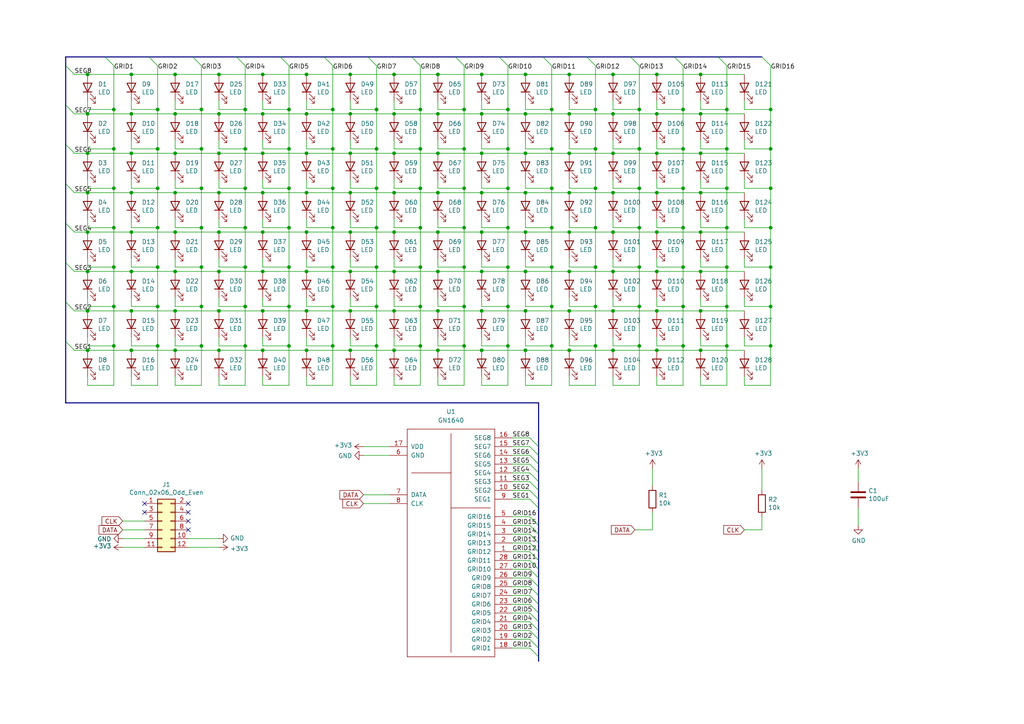
<source format=kicad_sch>
(kicad_sch (version 20211123) (generator eeschema)
  (paper "A4")
  (junction (at 147.32 77.47))
  (junction (at 38.1 44.45))
  (junction (at 71.12 66.04))
  (junction (at 76.2 33.02))
  (junction (at 45.72 66.04))
  (junction (at 160.02 43.18))
  (junction (at 101.6 67.31))
  (junction (at 198.12 43.18))
  (junction (at 210.82 100.33))
  (junction (at 88.9 44.45))
  (junction (at 83.82 66.04))
  (junction (at 63.5 33.02))
  (junction (at 88.9 67.31))
  (junction (at 190.5 90.17))
  (junction (at 160.02 100.33))
  (junction (at 109.22 88.9))
  (junction (at 223.52 88.9))
  (junction (at 203.2 78.74))
  (junction (at 88.9 55.88))
  (junction (at 71.12 54.61))
  (junction (at 121.92 77.47))
  (junction (at 147.32 43.18))
  (junction (at 63.5 21.59))
  (junction (at 83.82 31.75))
  (junction (at 127 67.31))
  (junction (at 71.12 77.47))
  (junction (at 139.7 55.88))
  (junction (at 152.4 44.45))
  (junction (at 223.52 77.47))
  (junction (at 210.82 54.61))
  (junction (at 165.1 90.17))
  (junction (at 45.72 88.9))
  (junction (at 33.02 100.33))
  (junction (at 190.5 101.6))
  (junction (at 71.12 31.75))
  (junction (at 109.22 54.61))
  (junction (at 101.6 55.88))
  (junction (at 172.72 31.75))
  (junction (at 101.6 90.17))
  (junction (at 223.52 100.33))
  (junction (at 152.4 21.59))
  (junction (at 198.12 77.47))
  (junction (at 88.9 101.6))
  (junction (at 203.2 44.45))
  (junction (at 172.72 66.04))
  (junction (at 177.8 90.17))
  (junction (at 83.82 43.18))
  (junction (at 203.2 90.17))
  (junction (at 210.82 31.75))
  (junction (at 33.02 31.75))
  (junction (at 210.82 88.9))
  (junction (at 147.32 31.75))
  (junction (at 190.5 78.74))
  (junction (at 114.3 101.6))
  (junction (at 33.02 43.18))
  (junction (at 223.52 54.61))
  (junction (at 223.52 43.18))
  (junction (at 96.52 54.61))
  (junction (at 38.1 55.88))
  (junction (at 109.22 66.04))
  (junction (at 160.02 77.47))
  (junction (at 38.1 101.6))
  (junction (at 172.72 43.18))
  (junction (at 101.6 33.02))
  (junction (at 76.2 67.31))
  (junction (at 114.3 55.88))
  (junction (at 147.32 54.61))
  (junction (at 172.72 54.61))
  (junction (at 76.2 101.6))
  (junction (at 185.42 77.47))
  (junction (at 165.1 78.74))
  (junction (at 114.3 67.31))
  (junction (at 185.42 66.04))
  (junction (at 177.8 21.59))
  (junction (at 139.7 78.74))
  (junction (at 139.7 90.17))
  (junction (at 25.4 33.02))
  (junction (at 71.12 88.9))
  (junction (at 71.12 43.18))
  (junction (at 203.2 67.31))
  (junction (at 25.4 55.88))
  (junction (at 50.8 78.74))
  (junction (at 25.4 44.45))
  (junction (at 114.3 33.02))
  (junction (at 139.7 101.6))
  (junction (at 127 33.02))
  (junction (at 134.62 31.75))
  (junction (at 185.42 43.18))
  (junction (at 96.52 77.47))
  (junction (at 134.62 77.47))
  (junction (at 25.4 101.6))
  (junction (at 134.62 100.33))
  (junction (at 38.1 78.74))
  (junction (at 96.52 66.04))
  (junction (at 38.1 21.59))
  (junction (at 114.3 78.74))
  (junction (at 114.3 21.59))
  (junction (at 160.02 31.75))
  (junction (at 165.1 44.45))
  (junction (at 58.42 88.9))
  (junction (at 223.52 31.75))
  (junction (at 63.5 44.45))
  (junction (at 223.52 66.04))
  (junction (at 160.02 54.61))
  (junction (at 185.42 54.61))
  (junction (at 71.12 100.33))
  (junction (at 198.12 31.75))
  (junction (at 198.12 88.9))
  (junction (at 109.22 31.75))
  (junction (at 50.8 21.59))
  (junction (at 63.5 101.6))
  (junction (at 203.2 101.6))
  (junction (at 88.9 21.59))
  (junction (at 45.72 77.47))
  (junction (at 63.5 90.17))
  (junction (at 58.42 77.47))
  (junction (at 63.5 67.31))
  (junction (at 121.92 43.18))
  (junction (at 152.4 90.17))
  (junction (at 50.8 44.45))
  (junction (at 45.72 31.75))
  (junction (at 83.82 100.33))
  (junction (at 121.92 100.33))
  (junction (at 88.9 90.17))
  (junction (at 210.82 66.04))
  (junction (at 101.6 44.45))
  (junction (at 190.5 21.59))
  (junction (at 147.32 100.33))
  (junction (at 210.82 43.18))
  (junction (at 160.02 66.04))
  (junction (at 63.5 55.88))
  (junction (at 96.52 31.75))
  (junction (at 127 90.17))
  (junction (at 50.8 90.17))
  (junction (at 121.92 66.04))
  (junction (at 58.42 43.18))
  (junction (at 101.6 78.74))
  (junction (at 63.5 78.74))
  (junction (at 198.12 54.61))
  (junction (at 25.4 90.17))
  (junction (at 185.42 100.33))
  (junction (at 33.02 88.9))
  (junction (at 45.72 100.33))
  (junction (at 83.82 77.47))
  (junction (at 76.2 90.17))
  (junction (at 127 55.88))
  (junction (at 139.7 67.31))
  (junction (at 177.8 78.74))
  (junction (at 121.92 54.61))
  (junction (at 185.42 88.9))
  (junction (at 96.52 43.18))
  (junction (at 172.72 100.33))
  (junction (at 165.1 67.31))
  (junction (at 134.62 43.18))
  (junction (at 198.12 66.04))
  (junction (at 152.4 33.02))
  (junction (at 203.2 55.88))
  (junction (at 190.5 44.45))
  (junction (at 83.82 88.9))
  (junction (at 127 21.59))
  (junction (at 76.2 44.45))
  (junction (at 33.02 77.47))
  (junction (at 147.32 66.04))
  (junction (at 165.1 101.6))
  (junction (at 190.5 33.02))
  (junction (at 76.2 78.74))
  (junction (at 88.9 33.02))
  (junction (at 147.32 88.9))
  (junction (at 96.52 100.33))
  (junction (at 165.1 33.02))
  (junction (at 177.8 55.88))
  (junction (at 177.8 67.31))
  (junction (at 101.6 101.6))
  (junction (at 50.8 33.02))
  (junction (at 50.8 55.88))
  (junction (at 134.62 66.04))
  (junction (at 50.8 67.31))
  (junction (at 160.02 88.9))
  (junction (at 76.2 55.88))
  (junction (at 58.42 66.04))
  (junction (at 121.92 88.9))
  (junction (at 152.4 55.88))
  (junction (at 127 101.6))
  (junction (at 109.22 43.18))
  (junction (at 210.82 77.47))
  (junction (at 139.7 33.02))
  (junction (at 139.7 21.59))
  (junction (at 45.72 54.61))
  (junction (at 96.52 88.9))
  (junction (at 50.8 101.6))
  (junction (at 190.5 55.88))
  (junction (at 121.92 31.75))
  (junction (at 76.2 21.59))
  (junction (at 58.42 100.33))
  (junction (at 38.1 90.17))
  (junction (at 172.72 88.9))
  (junction (at 83.82 54.61))
  (junction (at 25.4 78.74))
  (junction (at 114.3 90.17))
  (junction (at 172.72 77.47))
  (junction (at 25.4 21.59))
  (junction (at 109.22 77.47))
  (junction (at 165.1 55.88))
  (junction (at 38.1 33.02))
  (junction (at 88.9 78.74))
  (junction (at 203.2 33.02))
  (junction (at 134.62 54.61))
  (junction (at 190.5 67.31))
  (junction (at 177.8 33.02))
  (junction (at 33.02 54.61))
  (junction (at 58.42 54.61))
  (junction (at 152.4 101.6))
  (junction (at 185.42 31.75))
  (junction (at 134.62 88.9))
  (junction (at 101.6 21.59))
  (junction (at 198.12 100.33))
  (junction (at 127 44.45))
  (junction (at 165.1 21.59))
  (junction (at 152.4 67.31))
  (junction (at 33.02 66.04))
  (junction (at 139.7 44.45))
  (junction (at 127 78.74))
  (junction (at 58.42 31.75))
  (junction (at 152.4 78.74))
  (junction (at 203.2 21.59))
  (junction (at 25.4 67.31))
  (junction (at 114.3 44.45))
  (junction (at 45.72 43.18))
  (junction (at 38.1 67.31))
  (junction (at 177.8 44.45))
  (junction (at 177.8 101.6))
  (junction (at 109.22 100.33))
  (no_connect (at 41.91 146.05))
  (no_connect (at 54.61 153.67))
  (no_connect (at 54.61 146.05))
  (no_connect (at 54.61 151.13))
  (no_connect (at 54.61 148.59))
  (no_connect (at 41.91 148.59))
  (bus_entry (at 153.67 177.8) (size 2.54 2.54))
  (bus_entry (at 157.48 16.51) (size 2.54 2.54))
  (bus_entry (at 19.05 87.63) (size 2.54 2.54))
  (bus_entry (at 19.05 53.34) (size 2.54 2.54))
  (bus_entry (at 81.28 16.51) (size 2.54 2.54))
  (bus_entry (at 153.67 127) (size 2.54 2.54))
  (bus_entry (at 153.67 152.4) (size 2.54 2.54))
  (bus_entry (at 153.67 160.02) (size 2.54 2.54))
  (bus_entry (at 19.05 76.2) (size 2.54 2.54))
  (bus_entry (at 153.67 154.94) (size 2.54 2.54))
  (bus_entry (at 153.67 134.62) (size 2.54 2.54))
  (bus_entry (at 132.08 16.51) (size 2.54 2.54))
  (bus_entry (at 55.88 16.51) (size 2.54 2.54))
  (bus_entry (at 153.67 182.88) (size 2.54 2.54))
  (bus_entry (at 153.67 139.7) (size 2.54 2.54))
  (bus_entry (at 153.67 137.16) (size 2.54 2.54))
  (bus_entry (at 220.98 16.51) (size 2.54 2.54))
  (bus_entry (at 153.67 132.08) (size 2.54 2.54))
  (bus_entry (at 119.38 16.51) (size 2.54 2.54))
  (bus_entry (at 153.67 144.78) (size 2.54 2.54))
  (bus_entry (at 93.98 16.51) (size 2.54 2.54))
  (bus_entry (at 170.18 16.51) (size 2.54 2.54))
  (bus_entry (at 153.67 175.26) (size 2.54 2.54))
  (bus_entry (at 153.67 162.56) (size 2.54 2.54))
  (bus_entry (at 106.68 16.51) (size 2.54 2.54))
  (bus_entry (at 153.67 165.1) (size 2.54 2.54))
  (bus_entry (at 153.67 167.64) (size 2.54 2.54))
  (bus_entry (at 208.28 16.51) (size 2.54 2.54))
  (bus_entry (at 19.05 19.05) (size 2.54 2.54))
  (bus_entry (at 144.78 16.51) (size 2.54 2.54))
  (bus_entry (at 153.67 157.48) (size 2.54 2.54))
  (bus_entry (at 153.67 180.34) (size 2.54 2.54))
  (bus_entry (at 153.67 149.86) (size 2.54 2.54))
  (bus_entry (at 153.67 172.72) (size 2.54 2.54))
  (bus_entry (at 19.05 41.91) (size 2.54 2.54))
  (bus_entry (at 182.88 16.51) (size 2.54 2.54))
  (bus_entry (at 153.67 187.96) (size 2.54 2.54))
  (bus_entry (at 19.05 30.48) (size 2.54 2.54))
  (bus_entry (at 153.67 185.42) (size 2.54 2.54))
  (bus_entry (at 195.58 16.51) (size 2.54 2.54))
  (bus_entry (at 153.67 170.18) (size 2.54 2.54))
  (bus_entry (at 43.18 16.51) (size 2.54 2.54))
  (bus_entry (at 19.05 64.77) (size 2.54 2.54))
  (bus_entry (at 153.67 142.24) (size 2.54 2.54))
  (bus_entry (at 68.58 16.51) (size 2.54 2.54))
  (bus_entry (at 19.05 99.06) (size 2.54 2.54))
  (bus_entry (at 30.48 16.51) (size 2.54 2.54))
  (bus_entry (at 153.67 129.54) (size 2.54 2.54))
  (wire (pts (xy 198.12 77.47) (xy 198.12 66.04)))
  (wire (pts (xy 203.2 86.36) (xy 203.2 88.9)))
  (wire (pts (xy 63.5 90.17) (xy 76.2 90.17)))
  (wire (pts (xy 139.7 21.59) (xy 152.4 21.59)))
  (wire (pts (xy 114.3 29.21) (xy 114.3 31.75)))
  (wire (pts (xy 177.8 54.61) (xy 185.42 54.61)))
  (wire (pts (xy 101.6 77.47) (xy 109.22 77.47)))
  (wire (pts (xy 220.98 153.67) (xy 215.9 153.67)))
  (wire (pts (xy 160.02 54.61) (xy 160.02 43.18)))
  (wire (pts (xy 139.7 43.18) (xy 147.32 43.18)))
  (bus (pts (xy 156.21 147.32) (xy 156.21 152.4)))
  (wire (pts (xy 139.7 67.31) (xy 152.4 67.31)))
  (wire (pts (xy 63.5 31.75) (xy 71.12 31.75)))
  (wire (pts (xy 139.7 40.64) (xy 139.7 43.18)))
  (wire (pts (xy 76.2 33.02) (xy 88.9 33.02)))
  (wire (pts (xy 147.32 77.47) (xy 147.32 66.04)))
  (bus (pts (xy 170.18 16.51) (xy 182.88 16.51)))
  (wire (pts (xy 101.6 44.45) (xy 114.3 44.45)))
  (wire (pts (xy 50.8 54.61) (xy 58.42 54.61)))
  (wire (pts (xy 38.1 31.75) (xy 45.72 31.75)))
  (wire (pts (xy 190.5 109.22) (xy 190.5 111.76)))
  (wire (pts (xy 21.59 21.59) (xy 25.4 21.59)))
  (wire (pts (xy 165.1 86.36) (xy 165.1 88.9)))
  (wire (pts (xy 121.92 77.47) (xy 121.92 66.04)))
  (wire (pts (xy 198.12 43.18) (xy 198.12 31.75)))
  (bus (pts (xy 157.48 16.51) (xy 170.18 16.51)))
  (wire (pts (xy 152.4 21.59) (xy 165.1 21.59)))
  (wire (pts (xy 215.9 111.76) (xy 223.52 111.76)))
  (bus (pts (xy 156.21 157.48) (xy 156.21 160.02)))
  (wire (pts (xy 76.2 100.33) (xy 83.82 100.33)))
  (wire (pts (xy 76.2 77.47) (xy 83.82 77.47)))
  (wire (pts (xy 63.5 67.31) (xy 76.2 67.31)))
  (bus (pts (xy 156.21 177.8) (xy 156.21 180.34)))
  (wire (pts (xy 190.5 78.74) (xy 203.2 78.74)))
  (wire (pts (xy 96.52 54.61) (xy 96.52 43.18)))
  (wire (pts (xy 127 90.17) (xy 139.7 90.17)))
  (bus (pts (xy 19.05 30.48) (xy 19.05 41.91)))
  (wire (pts (xy 148.59 137.16) (xy 153.67 137.16)))
  (wire (pts (xy 58.42 19.05) (xy 58.42 31.75)))
  (wire (pts (xy 165.1 31.75) (xy 172.72 31.75)))
  (wire (pts (xy 109.22 77.47) (xy 109.22 66.04)))
  (wire (pts (xy 172.72 77.47) (xy 172.72 66.04)))
  (wire (pts (xy 58.42 111.76) (xy 58.42 100.33)))
  (bus (pts (xy 156.21 142.24) (xy 156.21 144.78)))
  (wire (pts (xy 134.62 54.61) (xy 134.62 43.18)))
  (wire (pts (xy 165.1 111.76) (xy 172.72 111.76)))
  (wire (pts (xy 25.4 31.75) (xy 33.02 31.75)))
  (wire (pts (xy 203.2 33.02) (xy 215.9 33.02)))
  (wire (pts (xy 172.72 19.05) (xy 172.72 31.75)))
  (wire (pts (xy 88.9 111.76) (xy 96.52 111.76)))
  (wire (pts (xy 76.2 90.17) (xy 88.9 90.17)))
  (wire (pts (xy 50.8 43.18) (xy 58.42 43.18)))
  (wire (pts (xy 152.4 31.75) (xy 160.02 31.75)))
  (wire (pts (xy 190.5 21.59) (xy 203.2 21.59)))
  (wire (pts (xy 114.3 77.47) (xy 121.92 77.47)))
  (wire (pts (xy 109.22 111.76) (xy 109.22 100.33)))
  (wire (pts (xy 21.59 55.88) (xy 25.4 55.88)))
  (wire (pts (xy 190.5 86.36) (xy 190.5 88.9)))
  (wire (pts (xy 101.6 40.64) (xy 101.6 43.18)))
  (wire (pts (xy 210.82 19.05) (xy 210.82 31.75)))
  (wire (pts (xy 101.6 52.07) (xy 101.6 54.61)))
  (wire (pts (xy 71.12 19.05) (xy 71.12 31.75)))
  (wire (pts (xy 88.9 33.02) (xy 101.6 33.02)))
  (wire (pts (xy 152.4 52.07) (xy 152.4 54.61)))
  (wire (pts (xy 223.52 100.33) (xy 223.52 88.9)))
  (wire (pts (xy 96.52 43.18) (xy 96.52 31.75)))
  (wire (pts (xy 139.7 33.02) (xy 127 33.02)))
  (wire (pts (xy 185.42 111.76) (xy 185.42 100.33)))
  (wire (pts (xy 88.9 78.74) (xy 101.6 78.74)))
  (wire (pts (xy 63.5 100.33) (xy 71.12 100.33)))
  (wire (pts (xy 114.3 33.02) (xy 101.6 33.02)))
  (wire (pts (xy 152.4 67.31) (xy 165.1 67.31)))
  (wire (pts (xy 148.59 127) (xy 153.67 127)))
  (wire (pts (xy 88.9 66.04) (xy 96.52 66.04)))
  (wire (pts (xy 38.1 21.59) (xy 25.4 21.59)))
  (wire (pts (xy 50.8 52.07) (xy 50.8 54.61)))
  (wire (pts (xy 35.56 153.67) (xy 41.91 153.67)))
  (wire (pts (xy 83.82 111.76) (xy 83.82 100.33)))
  (wire (pts (xy 88.9 29.21) (xy 88.9 31.75)))
  (wire (pts (xy 139.7 90.17) (xy 152.4 90.17)))
  (bus (pts (xy 81.28 16.51) (xy 93.98 16.51)))
  (wire (pts (xy 220.98 149.86) (xy 220.98 153.67)))
  (wire (pts (xy 152.4 86.36) (xy 152.4 88.9)))
  (wire (pts (xy 50.8 97.79) (xy 50.8 100.33)))
  (wire (pts (xy 127 31.75) (xy 134.62 31.75)))
  (wire (pts (xy 165.1 101.6) (xy 177.8 101.6)))
  (wire (pts (xy 177.8 86.36) (xy 177.8 88.9)))
  (wire (pts (xy 139.7 86.36) (xy 139.7 88.9)))
  (wire (pts (xy 96.52 111.76) (xy 96.52 100.33)))
  (wire (pts (xy 71.12 43.18) (xy 71.12 31.75)))
  (bus (pts (xy 106.68 16.51) (xy 119.38 16.51)))
  (wire (pts (xy 148.59 165.1) (xy 153.67 165.1)))
  (wire (pts (xy 101.6 88.9) (xy 109.22 88.9)))
  (wire (pts (xy 38.1 77.47) (xy 45.72 77.47)))
  (wire (pts (xy 101.6 43.18) (xy 109.22 43.18)))
  (wire (pts (xy 21.59 33.02) (xy 25.4 33.02)))
  (wire (pts (xy 190.5 111.76) (xy 198.12 111.76)))
  (wire (pts (xy 190.5 33.02) (xy 203.2 33.02)))
  (wire (pts (xy 153.67 167.64) (xy 148.59 167.64)))
  (bus (pts (xy 156.21 182.88) (xy 156.21 185.42)))
  (wire (pts (xy 50.8 21.59) (xy 63.5 21.59)))
  (wire (pts (xy 25.4 78.74) (xy 38.1 78.74)))
  (wire (pts (xy 198.12 100.33) (xy 198.12 88.9)))
  (wire (pts (xy 50.8 86.36) (xy 50.8 88.9)))
  (wire (pts (xy 190.5 43.18) (xy 198.12 43.18)))
  (wire (pts (xy 127 40.64) (xy 127 43.18)))
  (wire (pts (xy 172.72 54.61) (xy 172.72 43.18)))
  (wire (pts (xy 76.2 74.93) (xy 76.2 77.47)))
  (bus (pts (xy 156.21 137.16) (xy 156.21 139.7)))
  (wire (pts (xy 165.1 90.17) (xy 177.8 90.17)))
  (wire (pts (xy 88.9 100.33) (xy 96.52 100.33)))
  (wire (pts (xy 160.02 19.05) (xy 160.02 31.75)))
  (wire (pts (xy 185.42 77.47) (xy 185.42 66.04)))
  (wire (pts (xy 41.91 156.21) (xy 35.56 156.21)))
  (wire (pts (xy 189.23 140.97) (xy 189.23 135.89)))
  (bus (pts (xy 156.21 170.18) (xy 156.21 172.72)))
  (wire (pts (xy 121.92 54.61) (xy 121.92 43.18)))
  (wire (pts (xy 148.59 175.26) (xy 153.67 175.26)))
  (wire (pts (xy 203.2 21.59) (xy 215.9 21.59)))
  (wire (pts (xy 203.2 29.21) (xy 203.2 31.75)))
  (wire (pts (xy 45.72 66.04) (xy 45.72 54.61)))
  (wire (pts (xy 114.3 43.18) (xy 121.92 43.18)))
  (bus (pts (xy 19.05 19.05) (xy 19.05 30.48)))
  (wire (pts (xy 38.1 40.64) (xy 38.1 43.18)))
  (wire (pts (xy 203.2 55.88) (xy 215.9 55.88)))
  (wire (pts (xy 190.5 66.04) (xy 198.12 66.04)))
  (bus (pts (xy 19.05 41.91) (xy 19.05 53.34)))
  (wire (pts (xy 121.92 100.33) (xy 121.92 88.9)))
  (wire (pts (xy 25.4 109.22) (xy 25.4 111.76)))
  (wire (pts (xy 215.9 77.47) (xy 223.52 77.47)))
  (wire (pts (xy 71.12 77.47) (xy 71.12 66.04)))
  (wire (pts (xy 88.9 109.22) (xy 88.9 111.76)))
  (wire (pts (xy 152.4 66.04) (xy 160.02 66.04)))
  (wire (pts (xy 76.2 29.21) (xy 76.2 31.75)))
  (wire (pts (xy 101.6 74.93) (xy 101.6 77.47)))
  (wire (pts (xy 198.12 111.76) (xy 198.12 100.33)))
  (wire (pts (xy 114.3 55.88) (xy 127 55.88)))
  (wire (pts (xy 139.7 31.75) (xy 147.32 31.75)))
  (wire (pts (xy 134.62 77.47) (xy 134.62 66.04)))
  (wire (pts (xy 210.82 54.61) (xy 210.82 43.18)))
  (wire (pts (xy 71.12 54.61) (xy 71.12 43.18)))
  (wire (pts (xy 105.41 129.54) (xy 113.03 129.54)))
  (wire (pts (xy 172.72 111.76) (xy 172.72 100.33)))
  (wire (pts (xy 215.9 100.33) (xy 223.52 100.33)))
  (wire (pts (xy 101.6 54.61) (xy 109.22 54.61)))
  (wire (pts (xy 139.7 33.02) (xy 152.4 33.02)))
  (wire (pts (xy 71.12 111.76) (xy 71.12 100.33)))
  (wire (pts (xy 21.59 44.45) (xy 25.4 44.45)))
  (wire (pts (xy 203.2 97.79) (xy 203.2 100.33)))
  (wire (pts (xy 38.1 109.22) (xy 38.1 111.76)))
  (bus (pts (xy 156.21 116.84) (xy 156.21 129.54)))
  (wire (pts (xy 50.8 67.31) (xy 63.5 67.31)))
  (wire (pts (xy 76.2 78.74) (xy 88.9 78.74)))
  (wire (pts (xy 33.02 66.04) (xy 33.02 54.61)))
  (wire (pts (xy 109.22 43.18) (xy 109.22 31.75)))
  (bus (pts (xy 156.21 187.96) (xy 156.21 190.5)))
  (wire (pts (xy 63.5 77.47) (xy 71.12 77.47)))
  (wire (pts (xy 33.02 77.47) (xy 33.02 66.04)))
  (wire (pts (xy 127 43.18) (xy 134.62 43.18)))
  (wire (pts (xy 101.6 55.88) (xy 114.3 55.88)))
  (wire (pts (xy 50.8 78.74) (xy 63.5 78.74)))
  (wire (pts (xy 88.9 101.6) (xy 101.6 101.6)))
  (wire (pts (xy 38.1 111.76) (xy 45.72 111.76)))
  (bus (pts (xy 19.05 53.34) (xy 19.05 64.77)))
  (wire (pts (xy 148.59 129.54) (xy 153.67 129.54)))
  (wire (pts (xy 96.52 77.47) (xy 96.52 66.04)))
  (bus (pts (xy 19.05 16.51) (xy 19.05 19.05)))
  (wire (pts (xy 134.62 43.18) (xy 134.62 31.75)))
  (wire (pts (xy 63.5 44.45) (xy 76.2 44.45)))
  (bus (pts (xy 156.21 167.64) (xy 156.21 170.18)))
  (wire (pts (xy 127 111.76) (xy 134.62 111.76)))
  (wire (pts (xy 198.12 54.61) (xy 198.12 43.18)))
  (wire (pts (xy 223.52 77.47) (xy 223.52 66.04)))
  (bus (pts (xy 156.21 139.7) (xy 156.21 142.24)))
  (wire (pts (xy 189.23 153.67) (xy 184.15 153.67)))
  (wire (pts (xy 121.92 111.76) (xy 121.92 100.33)))
  (wire (pts (xy 215.9 74.93) (xy 215.9 77.47)))
  (wire (pts (xy 114.3 40.64) (xy 114.3 43.18)))
  (wire (pts (xy 165.1 54.61) (xy 172.72 54.61)))
  (wire (pts (xy 177.8 55.88) (xy 190.5 55.88)))
  (wire (pts (xy 127 78.74) (xy 139.7 78.74)))
  (wire (pts (xy 198.12 66.04) (xy 198.12 54.61)))
  (wire (pts (xy 25.4 90.17) (xy 38.1 90.17)))
  (bus (pts (xy 19.05 76.2) (xy 19.05 87.63)))
  (bus (pts (xy 182.88 16.51) (xy 195.58 16.51)))
  (wire (pts (xy 88.9 52.07) (xy 88.9 54.61)))
  (wire (pts (xy 83.82 43.18) (xy 83.82 31.75)))
  (bus (pts (xy 119.38 16.51) (xy 132.08 16.51)))
  (wire (pts (xy 25.4 40.64) (xy 25.4 43.18)))
  (wire (pts (xy 152.4 55.88) (xy 165.1 55.88)))
  (wire (pts (xy 177.8 63.5) (xy 177.8 66.04)))
  (wire (pts (xy 215.9 63.5) (xy 215.9 66.04)))
  (wire (pts (xy 223.52 111.76) (xy 223.52 100.33)))
  (wire (pts (xy 190.5 31.75) (xy 198.12 31.75)))
  (wire (pts (xy 114.3 31.75) (xy 121.92 31.75)))
  (wire (pts (xy 38.1 101.6) (xy 50.8 101.6)))
  (wire (pts (xy 152.4 101.6) (xy 165.1 101.6)))
  (wire (pts (xy 76.2 40.64) (xy 76.2 43.18)))
  (wire (pts (xy 83.82 100.33) (xy 83.82 88.9)))
  (wire (pts (xy 105.41 143.51) (xy 113.03 143.51)))
  (wire (pts (xy 114.3 44.45) (xy 127 44.45)))
  (wire (pts (xy 152.4 40.64) (xy 152.4 43.18)))
  (wire (pts (xy 38.1 33.02) (xy 50.8 33.02)))
  (wire (pts (xy 25.4 111.76) (xy 33.02 111.76)))
  (wire (pts (xy 38.1 52.07) (xy 38.1 54.61)))
  (wire (pts (xy 33.02 43.18) (xy 33.02 54.61)))
  (wire (pts (xy 35.56 151.13) (xy 41.91 151.13)))
  (wire (pts (xy 114.3 21.59) (xy 127 21.59)))
  (wire (pts (xy 165.1 44.45) (xy 177.8 44.45)))
  (wire (pts (xy 25.4 44.45) (xy 38.1 44.45)))
  (wire (pts (xy 153.67 172.72) (xy 148.59 172.72)))
  (wire (pts (xy 38.1 43.18) (xy 45.72 43.18)))
  (wire (pts (xy 63.5 43.18) (xy 71.12 43.18)))
  (wire (pts (xy 215.9 88.9) (xy 223.52 88.9)))
  (wire (pts (xy 148.59 180.34) (xy 153.67 180.34)))
  (wire (pts (xy 113.03 132.08) (xy 105.41 132.08)))
  (wire (pts (xy 63.5 74.93) (xy 63.5 77.47)))
  (wire (pts (xy 177.8 67.31) (xy 190.5 67.31)))
  (wire (pts (xy 114.3 100.33) (xy 121.92 100.33)))
  (wire (pts (xy 152.4 33.02) (xy 165.1 33.02)))
  (wire (pts (xy 114.3 90.17) (xy 127 90.17)))
  (wire (pts (xy 177.8 97.79) (xy 177.8 100.33)))
  (wire (pts (xy 134.62 19.05) (xy 134.62 31.75)))
  (wire (pts (xy 210.82 100.33) (xy 210.82 88.9)))
  (wire (pts (xy 190.5 40.64) (xy 190.5 43.18)))
  (wire (pts (xy 152.4 29.21) (xy 152.4 31.75)))
  (wire (pts (xy 88.9 21.59) (xy 101.6 21.59)))
  (bus (pts (xy 156.21 152.4) (xy 156.21 154.94)))
  (wire (pts (xy 165.1 43.18) (xy 172.72 43.18)))
  (wire (pts (xy 203.2 43.18) (xy 210.82 43.18)))
  (bus (pts (xy 19.05 99.06) (xy 19.05 116.84)))
  (wire (pts (xy 177.8 90.17) (xy 190.5 90.17)))
  (wire (pts (xy 45.72 19.05) (xy 45.72 31.75)))
  (wire (pts (xy 114.3 52.07) (xy 114.3 54.61)))
  (wire (pts (xy 114.3 111.76) (xy 121.92 111.76)))
  (bus (pts (xy 156.21 165.1) (xy 156.21 167.64)))
  (wire (pts (xy 54.61 158.75) (xy 63.5 158.75)))
  (wire (pts (xy 35.56 158.75) (xy 41.91 158.75)))
  (wire (pts (xy 127 74.93) (xy 127 77.47)))
  (bus (pts (xy 93.98 16.51) (xy 106.68 16.51)))
  (wire (pts (xy 139.7 88.9) (xy 147.32 88.9)))
  (wire (pts (xy 152.4 78.74) (xy 165.1 78.74)))
  (wire (pts (xy 88.9 44.45) (xy 101.6 44.45)))
  (wire (pts (xy 76.2 55.88) (xy 88.9 55.88)))
  (wire (pts (xy 147.32 43.18) (xy 147.32 31.75)))
  (wire (pts (xy 203.2 77.47) (xy 210.82 77.47)))
  (wire (pts (xy 190.5 54.61) (xy 198.12 54.61)))
  (wire (pts (xy 210.82 77.47) (xy 210.82 66.04)))
  (wire (pts (xy 210.82 88.9) (xy 210.82 77.47)))
  (wire (pts (xy 210.82 66.04) (xy 210.82 54.61)))
  (wire (pts (xy 63.5 33.02) (xy 76.2 33.02)))
  (wire (pts (xy 177.8 40.64) (xy 177.8 43.18)))
  (wire (pts (xy 58.42 77.47) (xy 58.42 66.04)))
  (wire (pts (xy 38.1 66.04) (xy 45.72 66.04)))
  (wire (pts (xy 83.82 77.47) (xy 83.82 66.04)))
  (wire (pts (xy 127 54.61) (xy 134.62 54.61)))
  (wire (pts (xy 153.67 152.4) (xy 148.59 152.4)))
  (wire (pts (xy 121.92 66.04) (xy 121.92 54.61)))
  (wire (pts (xy 58.42 43.18) (xy 58.42 31.75)))
  (wire (pts (xy 38.1 97.79) (xy 38.1 100.33)))
  (wire (pts (xy 153.67 187.96) (xy 148.59 187.96)))
  (wire (pts (xy 63.5 33.02) (xy 50.8 33.02)))
  (wire (pts (xy 203.2 74.93) (xy 203.2 77.47)))
  (wire (pts (xy 148.59 160.02) (xy 153.67 160.02)))
  (wire (pts (xy 165.1 88.9) (xy 172.72 88.9)))
  (wire (pts (xy 63.5 88.9) (xy 71.12 88.9)))
  (wire (pts (xy 63.5 101.6) (xy 76.2 101.6)))
  (wire (pts (xy 139.7 29.21) (xy 139.7 31.75)))
  (wire (pts (xy 38.1 21.59) (xy 50.8 21.59)))
  (wire (pts (xy 50.8 31.75) (xy 58.42 31.75)))
  (wire (pts (xy 25.4 74.93) (xy 25.4 77.47)))
  (wire (pts (xy 96.52 66.04) (xy 96.52 54.61)))
  (wire (pts (xy 114.3 109.22) (xy 114.3 111.76)))
  (wire (pts (xy 38.1 67.31) (xy 50.8 67.31)))
  (wire (pts (xy 190.5 77.47) (xy 198.12 77.47)))
  (bus (pts (xy 19.05 87.63) (xy 19.05 99.06)))
  (wire (pts (xy 38.1 88.9) (xy 45.72 88.9)))
  (wire (pts (xy 76.2 88.9) (xy 83.82 88.9)))
  (wire (pts (xy 153.67 162.56) (xy 148.59 162.56)))
  (wire (pts (xy 45.72 111.76) (xy 45.72 100.33)))
  (wire (pts (xy 152.4 43.18) (xy 160.02 43.18)))
  (wire (pts (xy 185.42 19.05) (xy 185.42 31.75)))
  (wire (pts (xy 63.5 66.04) (xy 71.12 66.04)))
  (wire (pts (xy 50.8 40.64) (xy 50.8 43.18)))
  (wire (pts (xy 203.2 52.07) (xy 203.2 54.61)))
  (wire (pts (xy 25.4 77.47) (xy 33.02 77.47)))
  (wire (pts (xy 148.59 132.08) (xy 153.67 132.08)))
  (wire (pts (xy 148.59 149.86) (xy 153.67 149.86)))
  (wire (pts (xy 63.5 40.64) (xy 63.5 43.18)))
  (wire (pts (xy 215.9 66.04) (xy 223.52 66.04)))
  (wire (pts (xy 147.32 111.76) (xy 147.32 100.33)))
  (wire (pts (xy 203.2 78.74) (xy 215.9 78.74)))
  (wire (pts (xy 127 86.36) (xy 127 88.9)))
  (wire (pts (xy 152.4 88.9) (xy 160.02 88.9)))
  (wire (pts (xy 101.6 101.6) (xy 114.3 101.6)))
  (wire (pts (xy 114.3 86.36) (xy 114.3 88.9)))
  (wire (pts (xy 165.1 66.04) (xy 172.72 66.04)))
  (wire (pts (xy 50.8 109.22) (xy 50.8 111.76)))
  (wire (pts (xy 21.59 67.31) (xy 25.4 67.31)))
  (wire (pts (xy 71.12 88.9) (xy 71.12 77.47)))
  (wire (pts (xy 177.8 43.18) (xy 185.42 43.18)))
  (wire (pts (xy 190.5 44.45) (xy 203.2 44.45)))
  (wire (pts (xy 109.22 88.9) (xy 109.22 77.47)))
  (wire (pts (xy 190.5 63.5) (xy 190.5 66.04)))
  (wire (pts (xy 203.2 63.5) (xy 203.2 66.04)))
  (wire (pts (xy 76.2 63.5) (xy 76.2 66.04)))
  (wire (pts (xy 114.3 101.6) (xy 127 101.6)))
  (wire (pts (xy 38.1 63.5) (xy 38.1 66.04)))
  (wire (pts (xy 165.1 100.33) (xy 172.72 100.33)))
  (wire (pts (xy 109.22 19.05) (xy 109.22 31.75)))
  (wire (pts (xy 127 44.45) (xy 139.7 44.45)))
  (wire (pts (xy 152.4 44.45) (xy 165.1 44.45)))
  (wire (pts (xy 45.72 54.61) (xy 45.72 43.18)))
  (wire (pts (xy 203.2 109.22) (xy 203.2 111.76)))
  (wire (pts (xy 177.8 111.76) (xy 185.42 111.76)))
  (wire (pts (xy 177.8 78.74) (xy 190.5 78.74)))
  (wire (pts (xy 127 88.9) (xy 134.62 88.9)))
  (wire (pts (xy 50.8 90.17) (xy 63.5 90.17)))
  (wire (pts (xy 101.6 90.17) (xy 114.3 90.17)))
  (wire (pts (xy 127 100.33) (xy 134.62 100.33)))
  (wire (pts (xy 76.2 31.75) (xy 83.82 31.75)))
  (wire (pts (xy 33.02 31.75) (xy 33.02 43.18)))
  (wire (pts (xy 50.8 88.9) (xy 58.42 88.9)))
  (wire (pts (xy 25.4 88.9) (xy 33.02 88.9)))
  (wire (pts (xy 25.4 101.6) (xy 38.1 101.6)))
  (wire (pts (xy 127 77.47) (xy 134.62 77.47)))
  (wire (pts (xy 83.82 19.05) (xy 83.82 31.75)))
  (bus (pts (xy 156.21 154.94) (xy 156.21 157.48)))
  (wire (pts (xy 38.1 29.21) (xy 38.1 31.75)))
  (wire (pts (xy 165.1 77.47) (xy 172.72 77.47)))
  (bus (pts (xy 68.58 16.51) (xy 81.28 16.51)))
  (bus (pts (xy 19.05 16.51) (xy 30.48 16.51)))
  (wire (pts (xy 139.7 74.93) (xy 139.7 77.47)))
  (wire (pts (xy 139.7 78.74) (xy 152.4 78.74)))
  (wire (pts (xy 88.9 74.93) (xy 88.9 77.47)))
  (wire (pts (xy 152.4 90.17) (xy 165.1 90.17)))
  (wire (pts (xy 25.4 63.5) (xy 25.4 66.04)))
  (wire (pts (xy 63.5 111.76) (xy 71.12 111.76)))
  (wire (pts (xy 76.2 52.07) (xy 76.2 54.61)))
  (wire (pts (xy 127 97.79) (xy 127 100.33)))
  (wire (pts (xy 63.5 109.22) (xy 63.5 111.76)))
  (wire (pts (xy 203.2 54.61) (xy 210.82 54.61)))
  (wire (pts (xy 160.02 88.9) (xy 160.02 77.47)))
  (wire (pts (xy 63.5 156.21) (xy 54.61 156.21)))
  (wire (pts (xy 25.4 67.31) (xy 38.1 67.31)))
  (wire (pts (xy 215.9 86.36) (xy 215.9 88.9)))
  (wire (pts (xy 45.72 43.18) (xy 45.72 31.75)))
  (bus (pts (xy 156.21 132.08) (xy 156.21 134.62)))
  (wire (pts (xy 25.4 100.33) (xy 33.02 100.33)))
  (wire (pts (xy 203.2 40.64) (xy 203.2 43.18)))
  (wire (pts (xy 185.42 43.18) (xy 185.42 31.75)))
  (wire (pts (xy 223.52 88.9) (xy 223.52 77.47)))
  (wire (pts (xy 210.82 111.76) (xy 210.82 100.33)))
  (wire (pts (xy 215.9 43.18) (xy 223.52 43.18)))
  (wire (pts (xy 38.1 90.17) (xy 50.8 90.17)))
  (wire (pts (xy 165.1 52.07) (xy 165.1 54.61)))
  (bus (pts (xy 55.88 16.51) (xy 68.58 16.51)))
  (wire (pts (xy 139.7 97.79) (xy 139.7 100.33)))
  (wire (pts (xy 152.4 97.79) (xy 152.4 100.33)))
  (wire (pts (xy 177.8 31.75) (xy 185.42 31.75)))
  (wire (pts (xy 88.9 31.75) (xy 96.52 31.75)))
  (wire (pts (xy 25.4 29.21) (xy 25.4 31.75)))
  (wire (pts (xy 160.02 43.18) (xy 160.02 31.75)))
  (wire (pts (xy 127 52.07) (xy 127 54.61)))
  (wire (pts (xy 160.02 100.33) (xy 160.02 88.9)))
  (wire (pts (xy 139.7 77.47) (xy 147.32 77.47)))
  (wire (pts (xy 190.5 88.9) (xy 198.12 88.9)))
  (wire (pts (xy 177.8 21.59) (xy 190.5 21.59)))
  (wire (pts (xy 203.2 67.31) (xy 215.9 67.31)))
  (wire (pts (xy 101.6 78.74) (xy 114.3 78.74)))
  (wire (pts (xy 25.4 66.04) (xy 33.02 66.04)))
  (bus (pts (xy 19.05 116.84) (xy 156.21 116.84)))
  (wire (pts (xy 88.9 88.9) (xy 96.52 88.9)))
  (wire (pts (xy 63.5 21.59) (xy 76.2 21.59)))
  (bus (pts (xy 156.21 144.78) (xy 156.21 147.32)))
  (wire (pts (xy 127 67.31) (xy 139.7 67.31)))
  (wire (pts (xy 190.5 29.21) (xy 190.5 31.75)))
  (wire (pts (xy 177.8 66.04) (xy 185.42 66.04)))
  (bus (pts (xy 156.21 185.42) (xy 156.21 187.96)))
  (wire (pts (xy 165.1 74.93) (xy 165.1 77.47)))
  (wire (pts (xy 50.8 66.04) (xy 58.42 66.04)))
  (wire (pts (xy 50.8 55.88) (xy 63.5 55.88)))
  (wire (pts (xy 148.59 185.42) (xy 153.67 185.42)))
  (wire (pts (xy 190.5 101.6) (xy 203.2 101.6)))
  (wire (pts (xy 50.8 100.33) (xy 58.42 100.33)))
  (wire (pts (xy 101.6 109.22) (xy 101.6 111.76)))
  (wire (pts (xy 114.3 66.04) (xy 121.92 66.04)))
  (wire (pts (xy 220.98 135.89) (xy 220.98 142.24)))
  (wire (pts (xy 177.8 101.6) (xy 190.5 101.6)))
  (wire (pts (xy 38.1 100.33) (xy 45.72 100.33)))
  (wire (pts (xy 223.52 43.18) (xy 223.52 31.75)))
  (bus (pts (xy 156.21 134.62) (xy 156.21 137.16)))
  (wire (pts (xy 76.2 97.79) (xy 76.2 100.33)))
  (wire (pts (xy 139.7 55.88) (xy 152.4 55.88)))
  (wire (pts (xy 215.9 109.22) (xy 215.9 111.76)))
  (wire (pts (xy 127 101.6) (xy 139.7 101.6)))
  (wire (pts (xy 139.7 44.45) (xy 152.4 44.45)))
  (wire (pts (xy 139.7 111.76) (xy 147.32 111.76)))
  (wire (pts (xy 139.7 52.07) (xy 139.7 54.61)))
  (wire (pts (xy 190.5 55.88) (xy 203.2 55.88)))
  (wire (pts (xy 172.72 43.18) (xy 172.72 31.75)))
  (wire (pts (xy 134.62 66.04) (xy 134.62 54.61)))
  (wire (pts (xy 114.3 67.31) (xy 127 67.31)))
  (wire (pts (xy 33.02 19.05) (xy 33.02 31.75)))
  (wire (pts (xy 50.8 77.47) (xy 58.42 77.47)))
  (wire (pts (xy 88.9 77.47) (xy 96.52 77.47)))
  (wire (pts (xy 38.1 86.36) (xy 38.1 88.9)))
  (wire (pts (xy 101.6 29.21) (xy 101.6 31.75)))
  (wire (pts (xy 165.1 21.59) (xy 177.8 21.59)))
  (wire (pts (xy 38.1 54.61) (xy 45.72 54.61)))
  (wire (pts (xy 63.5 55.88) (xy 76.2 55.88)))
  (wire (pts (xy 33.02 100.33) (xy 33.02 88.9)))
  (wire (pts (xy 101.6 100.33) (xy 109.22 100.33)))
  (wire (pts (xy 148.59 134.62) (xy 153.67 134.62)))
  (wire (pts (xy 76.2 86.36) (xy 76.2 88.9)))
  (wire (pts (xy 190.5 52.07) (xy 190.5 54.61)))
  (wire (pts (xy 198.12 19.05) (xy 198.12 31.75)))
  (wire (pts (xy 127 55.88) (xy 139.7 55.88)))
  (wire (pts (xy 88.9 97.79) (xy 88.9 100.33)))
  (wire (pts (xy 177.8 77.47) (xy 185.42 77.47)))
  (wire (pts (xy 127 63.5) (xy 127 66.04)))
  (wire (pts (xy 147.32 19.05) (xy 147.32 31.75)))
  (wire (pts (xy 114.3 78.74) (xy 127 78.74)))
  (wire (pts (xy 147.32 66.04) (xy 147.32 54.61)))
  (wire (pts (xy 165.1 40.64) (xy 165.1 43.18)))
  (wire (pts (xy 185.42 100.33) (xy 185.42 88.9)))
  (wire (pts (xy 96.52 19.05) (xy 96.52 31.75)))
  (wire (pts (xy 148.59 154.94) (xy 153.67 154.94)))
  (wire (pts (xy 172.72 88.9) (xy 172.72 77.47)))
  (wire (pts (xy 203.2 111.76) (xy 210.82 111.76)))
  (wire (pts (xy 148.59 170.18) (xy 153.67 170.18)))
  (bus (pts (xy 156.21 180.34) (xy 156.21 182.88)))
  (wire (pts (xy 165.1 109.22) (xy 165.1 111.76)))
  (wire (pts (xy 45.72 100.33) (xy 45.72 88.9)))
  (wire (pts (xy 127 109.22) (xy 127 111.76)))
  (bus (pts (xy 208.28 16.51) (xy 220.98 16.51)))
  (wire (pts (xy 63.5 97.79) (xy 63.5 100.33)))
  (wire (pts (xy 114.3 63.5) (xy 114.3 66.04)))
  (wire (pts (xy 88.9 55.88) (xy 101.6 55.88)))
  (wire (pts (xy 101.6 86.36) (xy 101.6 88.9)))
  (wire (pts (xy 152.4 74.93) (xy 152.4 77.47)))
  (wire (pts (xy 63.5 52.07) (xy 63.5 54.61)))
  (wire (pts (xy 76.2 109.22) (xy 76.2 111.76)))
  (wire (pts (xy 25.4 97.79) (xy 25.4 100.33)))
  (wire (pts (xy 114.3 33.02) (xy 127 33.02)))
  (wire (pts (xy 153.67 182.88) (xy 148.59 182.88)))
  (wire (pts (xy 58.42 88.9) (xy 58.42 77.47)))
  (bus (pts (xy 19.05 64.77) (xy 19.05 76.2)))
  (wire (pts (xy 147.32 88.9) (xy 147.32 77.47)))
  (wire (pts (xy 114.3 88.9) (xy 121.92 88.9)))
  (wire (pts (xy 223.52 19.05) (xy 223.52 31.75)))
  (wire (pts (xy 101.6 21.59) (xy 114.3 21.59)))
  (wire (pts (xy 215.9 40.64) (xy 215.9 43.18)))
  (wire (pts (xy 215.9 52.07) (xy 215.9 54.61)))
  (wire (pts (xy 189.23 148.59) (xy 189.23 153.67)))
  (wire (pts (xy 38.1 33.02) (xy 25.4 33.02)))
  (wire (pts (xy 160.02 111.76) (xy 160.02 100.33)))
  (wire (pts (xy 88.9 90.17) (xy 101.6 90.17)))
  (wire (pts (xy 21.59 90.17) (xy 25.4 90.17)))
  (wire (pts (xy 203.2 101.6) (xy 215.9 101.6)))
  (wire (pts (xy 203.2 90.17) (xy 215.9 90.17)))
  (wire (pts (xy 101.6 97.79) (xy 101.6 100.33)))
  (wire (pts (xy 203.2 44.45) (xy 215.9 44.45)))
  (wire (pts (xy 139.7 109.22) (xy 139.7 111.76)))
  (wire (pts (xy 139.7 100.33) (xy 147.32 100.33)))
  (wire (pts (xy 88.9 54.61) (xy 96.52 54.61)))
  (wire (pts (xy 185.42 66.04) (xy 185.42 54.61)))
  (wire (pts (xy 190.5 67.31) (xy 203.2 67.31)))
  (wire (pts (xy 58.42 54.61) (xy 58.42 43.18)))
  (wire (pts (xy 63.5 78.74) (xy 76.2 78.74)))
  (wire (pts (xy 165.1 29.21) (xy 165.1 31.75)))
  (wire (pts (xy 153.67 177.8) (xy 148.59 177.8)))
  (wire (pts (xy 109.22 54.61) (xy 109.22 43.18)))
  (wire (pts (xy 215.9 54.61) (xy 223.52 54.61)))
  (wire (pts (xy 63.5 29.21) (xy 63.5 31.75)))
  (wire (pts (xy 38.1 78.74) (xy 50.8 78.74)))
  (wire (pts (xy 96.52 100.33) (xy 96.52 88.9)))
  (wire (pts (xy 127 29.21) (xy 127 31.75)))
  (wire (pts (xy 38.1 44.45) (xy 50.8 44.45)))
  (wire (pts (xy 165.1 55.88) (xy 177.8 55.88)))
  (wire (pts (xy 223.52 54.61) (xy 223.52 43.18)))
  (bus (pts (xy 156.21 172.72) (xy 156.21 175.26)))
  (wire (pts (xy 76.2 43.18) (xy 83.82 43.18)))
  (wire (pts (xy 223.52 66.04) (xy 223.52 54.61)))
  (wire (pts (xy 109.22 100.33) (xy 109.22 88.9)))
  (wire (pts (xy 190.5 100.33) (xy 198.12 100.33)))
  (wire (pts (xy 121.92 19.05) (xy 121.92 31.75)))
  (wire (pts (xy 101.6 111.76) (xy 109.22 111.76)))
  (wire (pts (xy 76.2 54.61) (xy 83.82 54.61)))
  (wire (pts (xy 190.5 97.79) (xy 190.5 100.33)))
  (wire (pts (xy 190.5 90.17) (xy 203.2 90.17)))
  (wire (pts (xy 203.2 66.04) (xy 210.82 66.04)))
  (wire (pts (xy 152.4 111.76) (xy 160.02 111.76)))
  (wire (pts (xy 165.1 97.79) (xy 165.1 100.33)))
  (wire (pts (xy 139.7 101.6) (xy 152.4 101.6)))
  (wire (pts (xy 160.02 66.04) (xy 160.02 54.61)))
  (wire (pts (xy 215.9 29.21) (xy 215.9 31.75)))
  (wire (pts (xy 139.7 66.04) (xy 147.32 66.04)))
  (wire (pts (xy 50.8 101.6) (xy 63.5 101.6)))
  (bus (pts (xy 156.21 175.26) (xy 156.21 177.8)))
  (wire (pts (xy 101.6 63.5) (xy 101.6 66.04)))
  (wire (pts (xy 76.2 101.6) (xy 88.9 101.6)))
  (wire (pts (xy 210.82 43.18) (xy 210.82 31.75)))
  (wire (pts (xy 76.2 44.45) (xy 88.9 44.45)))
  (wire (pts (xy 160.02 77.47) (xy 160.02 66.04)))
  (wire (pts (xy 152.4 77.47) (xy 160.02 77.47)))
  (wire (pts (xy 63.5 63.5) (xy 63.5 66.04)))
  (bus (pts (xy 144.78 16.51) (xy 157.48 16.51)))
  (wire (pts (xy 45.72 88.9) (xy 45.72 77.47)))
  (wire (pts (xy 38.1 55.88) (xy 50.8 55.88)))
  (wire (pts (xy 33.02 88.9) (xy 33.02 77.47)))
  (wire (pts (xy 134.62 111.76) (xy 134.62 100.33)))
  (wire (pts (xy 50.8 111.76) (xy 58.42 111.76)))
  (wire (pts (xy 58.42 100.33) (xy 58.42 88.9)))
  (wire (pts (xy 177.8 88.9) (xy 185.42 88.9)))
  (wire (pts (xy 50.8 63.5) (xy 50.8 66.04)))
  (wire (pts (xy 50.8 29.21) (xy 50.8 31.75)))
  (wire (pts (xy 177.8 29.21) (xy 177.8 31.75)))
  (wire (pts (xy 76.2 21.59) (xy 88.9 21.59)))
  (wire (pts (xy 33.02 111.76) (xy 33.02 100.33)))
  (wire (pts (xy 127 66.04) (xy 134.62 66.04)))
  (wire (pts (xy 83.82 54.61) (xy 83.82 43.18)))
  (wire (pts (xy 25.4 86.36) (xy 25.4 88.9)))
  (wire (pts (xy 101.6 67.31) (xy 114.3 67.31)))
  (wire (pts (xy 71.12 100.33) (xy 71.12 88.9)))
  (wire (pts (xy 153.67 157.48) (xy 148.59 157.48)))
  (wire (pts (xy 147.32 100.33) (xy 147.32 88.9)))
  (wire (pts (xy 113.03 146.05) (xy 105.41 146.05)))
  (wire (pts (xy 25.4 52.07) (xy 25.4 54.61)))
  (wire (pts (xy 248.92 139.7) (xy 248.92 135.89)))
  (wire (pts (xy 101.6 31.75) (xy 109.22 31.75)))
  (wire (pts (xy 88.9 43.18) (xy 96.52 43.18)))
  (wire (pts (xy 177.8 100.33) (xy 185.42 100.33)))
  (wire (pts (xy 88.9 63.5) (xy 88.9 66.04)))
  (bus (pts (xy 156.21 129.54) (xy 156.21 132.08)))
  (bus (pts (xy 156.21 160.02) (xy 156.21 162.56)))
  (wire (pts (xy 71.12 66.04) (xy 71.12 54.61)))
  (wire (pts (xy 165.1 67.31) (xy 177.8 67.31)))
  (wire (pts (xy 185.42 88.9) (xy 185.42 77.47)))
  (wire (pts (xy 21.59 78.74) (xy 25.4 78.74)))
  (wire (pts (xy 148.59 142.24) (xy 153.67 142.24)))
  (wire (pts (xy 83.82 66.04) (xy 83.82 54.61)))
  (wire (pts (xy 63.5 86.36) (xy 63.5 88.9)))
  (wire (pts (xy 172.72 100.33) (xy 172.72 88.9)))
  (wire (pts (xy 38.1 74.93) (xy 38.1 77.47)))
  (wire (pts (xy 148.59 144.78) (xy 153.67 144.78)))
  (wire (pts (xy 121.92 43.18) (xy 121.92 31.75)))
  (wire (pts (xy 152.4 54.61) (xy 160.02 54.61)))
  (bus (pts (xy 43.18 16.51) (xy 55.88 16.51)))
  (wire (pts (xy 109.22 66.04) (xy 109.22 54.61)))
  (wire (pts (xy 25.4 54.61) (xy 33.02 54.61)))
  (wire (pts (xy 114.3 97.79) (xy 114.3 100.33)))
  (wire (pts (xy 215.9 97.79) (xy 215.9 100.33)))
  (wire (pts (xy 114.3 54.61) (xy 121.92 54.61)))
  (wire (pts (xy 50.8 74.93) (xy 50.8 77.47)))
  (wire (pts (xy 172.72 66.04) (xy 172.72 54.61)))
  (wire (pts (xy 76.2 66.04) (xy 83.82 66.04)))
  (wire (pts (xy 88.9 86.36) (xy 88.9 88.9)))
  (wire (pts (xy 165.1 78.74) (xy 177.8 78.74)))
  (wire (pts (xy 114.3 74.93) (xy 114.3 77.47)))
  (wire (pts (xy 203.2 100.33) (xy 210.82 100.33)))
  (wire (pts (xy 21.59 101.6) (xy 25.4 101.6)))
  (wire (pts (xy 190.5 74.93) (xy 190.5 77.47)))
  (wire (pts (xy 88.9 67.31) (xy 101.6 67.31)))
  (wire (pts (xy 121.92 88.9) (xy 121.92 77.47)))
  (wire (pts (xy 45.72 77.47) (xy 45.72 66.04)))
  (wire (pts (xy 76.2 67.31) (xy 88.9 67.31)))
  (wire (pts (xy 134.62 88.9) (xy 134.62 77.47)))
  (wire (pts (xy 152.4 100.33) (xy 160.02 100.33)))
  (wire (pts (xy 83.82 88.9) (xy 83.82 77.47)))
  (wire (pts (xy 198.12 88.9) (xy 198.12 77.47)))
  (wire (pts (xy 203.2 88.9) (xy 210.82 88.9)))
  (wire (pts (xy 165.1 63.5) (xy 165.1 66.04)))
  (wire (pts (xy 215.9 31.75) (xy 223.52 31.75)))
  (wire (pts (xy 190.5 33.02) (xy 177.8 33.02)))
  (wire (pts (xy 63.5 54.61) (xy 71.12 54.61)))
  (wire (pts (xy 139.7 54.61) (xy 147.32 54.61)))
  (wire (pts (xy 101.6 66.04) (xy 109.22 66.04)))
  (wire (pts (xy 50.8 44.45) (xy 63.5 44.45)))
  (wire (pts (xy 203.2 31.75) (xy 210.82 31.75)))
  (bus (pts (xy 132.08 16.51) (xy 144.78 16.51)))
  (bus (pts (xy 156.21 162.56) (xy 156.21 165.1)))
  (bus (pts (xy 195.58 16.51) (xy 208.28 16.51)))
  (wire (pts (xy 165.1 33.02) (xy 177.8 33.02)))
  (wire (pts (xy 152.4 63.5) (xy 152.4 66.04)))
  (bus (pts (xy 30.48 16.51) (xy 43.18 16.51)))
  (wire (pts (xy 127 21.59) (xy 139.7 21.59)))
  (wire (pts (xy 147.32 54.61) (xy 147.32 43.18)))
  (wire (pts (xy 148.59 139.7) (xy 153.67 139.7)))
  (wire (pts (xy 134.62 100.33) (xy 134.62 88.9)))
  (wire (pts (xy 96.52 88.9) (xy 96.52 77.47)))
  (wire (pts (xy 25.4 55.88) (xy 38.1 55.88)))
  (wire (pts (xy 177.8 109.22) (xy 177.8 111.76)))
  (wire (pts (xy 25.4 43.18) (xy 33.02 43.18)))
  (wire (pts (xy 76.2 111.76) (xy 83.82 111.76)))
  (wire (pts (xy 152.4 109.22) (xy 152.4 111.76)))
  (wire (pts (xy 185.42 54.61) (xy 185.42 43.18)))
  (wire (pts (xy 88.9 40.64) (xy 88.9 43.18)))
  (wire (pts (xy 58.42 66.04) (xy 58.42 54.61)))
  (wire (pts (xy 177.8 44.45) (xy 190.5 44.45)))
  (wire (pts (xy 177.8 52.07) (xy 177.8 54.61)))
  (wire (pts (xy 177.8 74.93) (xy 177.8 77.47)))
  (wire (pts (xy 139.7 63.5) (xy 139.7 66.04)))
  (bus (pts (xy 156.21 190.5) (xy 156.21 191.77)))
  (wire (pts (xy 248.92 147.32) (xy 248.92 152.4)))
  (label "GRID8" (at 121.92 20.32 0))
  (label "GRID15" (at 148.59 152.4 0))
  (label "SEG4" (at 148.59 137.16 0))
  (label "GRID16" (at 223.52 20.32 0))
  (label "GRID12" (at 172.72 20.32 0))
  (label "GRID14" (at 148.59 154.94 0))
  (label "SEG2" (at 148.59 142.24 0))
  (label "SEG5" (at 148.59 134.62 0))
  (label "GRID1" (at 33.02 20.32 0))
  (label "SEG7" (at 148.59 129.54 0))
  (label "GRID13" (at 185.42 20.32 0))
  (label "GRID13" (at 148.59 157.48 0))
  (label "GRID2" (at 45.72 20.32 0))
  (label "GRID12" (at 148.59 160.02 0))
  (label "SEG1" (at 148.59 144.78 0))
  (label "SEG4" (at 21.59 67.31 0))
  (label "SEG3" (at 21.59 78.74 0))
  (label "GRID15" (at 210.82 20.32 0))
  (label "GRID9" (at 148.59 167.64 0))
  (label "GRID8" (at 148.59 170.18 0))
  (label "GRID5" (at 83.82 20.32 0))
  (label "GRID4" (at 71.12 20.32 0))
  (label "GRID3" (at 58.42 20.32 0))
  (label "GRID4" (at 148.59 180.34 0))
  (label "SEG6" (at 148.59 132.08 0))
  (label "SEG8" (at 21.59 21.59 0))
  (label "GRID11" (at 160.02 20.32 0))
  (label "SEG5" (at 21.59 55.88 0))
  (label "SEG6" (at 21.59 44.45 0))
  (label "SEG3" (at 148.59 139.7 0))
  (label "SEG1" (at 21.59 101.6 0))
  (label "GRID6" (at 96.52 20.32 0))
  (label "GRID10" (at 147.32 20.32 0))
  (label "GRID9" (at 134.62 20.32 0))
  (label "GRID11" (at 148.59 162.56 0))
  (label "SEG7" (at 21.59 33.02 0))
  (label "GRID16" (at 148.59 149.86 0))
  (label "GRID2" (at 148.59 185.42 0))
  (label "GRID5" (at 148.59 177.8 0))
  (label "GRID1" (at 148.59 187.96 0))
  (label "GRID10" (at 148.59 165.1 0))
  (label "GRID3" (at 148.59 182.88 0))
  (label "GRID14" (at 198.12 20.32 0))
  (label "SEG8" (at 148.59 127 0))
  (label "GRID6" (at 148.59 175.26 0))
  (label "GRID7" (at 148.59 172.72 0))
  (label "SEG2" (at 21.59 90.17 0))
  (label "GRID7" (at 109.22 20.32 0))
  (global_label "CLK" (shape input) (at 35.56 151.13 180) (property "Intersheet References" "${INTERSHEET_REFS}" (effects hide)))
  (global_label "DATA" (shape input) (at 105.41 143.51 180) (property "Intersheet References" "${INTERSHEET_REFS}" (effects hide)))
  (global_label "CLK" (shape input) (at 215.9 153.67 180) (property "Intersheet References" "${INTERSHEET_REFS}" (effects hide)))
  (global_label "DATA" (shape input) (at 184.15 153.67 180) (property "Intersheet References" "${INTERSHEET_REFS}" (effects hide)))
  (global_label "CLK" (shape input) (at 105.41 146.05 180) (property "Intersheet References" "${INTERSHEET_REFS}" (effects hide)))
  (global_label "DATA" (shape input) (at 35.56 153.67 180) (property "Intersheet References" "${INTERSHEET_REFS}" (effects hide)))
  (symbol (lib_id "Connector_Generic:Conn_02x06_Odd_Even") (at 46.99 151.13 0) (unit 1)
    (property "Reference" "J1" (at 48.26 140.5382 0))
    (property "Value" "Conn_02x06_Odd_Even" (at 48.26 142.8496 0))
    (property "Footprint" "Connector_PinHeader_2.54mm:PinHeader_2x06_P2.54mm_Vertical" (effects hide))
  )
  (symbol (lib_id "Device:LED") (at 25.4 25.4 90) (unit 1)
    (property "Reference" "D1" (at 28.3972 24.4094 90) (effects (justify right)))
    (property "Value" "LED" (at 28.3972 26.7208 90) (effects (justify right)))
    (property "Footprint" "LED_SMD:LED_0603_1608Metric" (effects hide))
  )
  (symbol (lib_id "Device:LED") (at 25.4 36.83 90) (unit 1)
    (property "Reference" "D2" (at 28.3972 35.8394 90) (effects (justify right)))
    (property "Value" "LED" (at 28.3972 38.1508 90) (effects (justify right)))
    (property "Footprint" "LED_SMD:LED_0603_1608Metric" (effects hide))
  )
  (symbol (lib_id "Device:LED") (at 25.4 48.26 90) (unit 1)
    (property "Reference" "D3" (at 28.3972 47.2694 90) (effects (justify right)))
    (property "Value" "LED" (at 28.3972 49.5808 90) (effects (justify right)))
    (property "Footprint" "LED_SMD:LED_0603_1608Metric" (effects hide))
  )
  (symbol (lib_id "Device:LED") (at 25.4 59.69 90) (unit 1)
    (property "Reference" "D4" (at 28.3972 58.6994 90) (effects (justify right)))
    (property "Value" "LED" (at 28.3972 61.0108 90) (effects (justify right)))
    (property "Footprint" "LED_SMD:LED_0603_1608Metric" (effects hide))
  )
  (symbol (lib_id "Device:LED") (at 25.4 71.12 90) (unit 1)
    (property "Reference" "D5" (at 28.3972 70.1294 90) (effects (justify right)))
    (property "Value" "LED" (at 28.3972 72.4408 90) (effects (justify right)))
    (property "Footprint" "LED_SMD:LED_0603_1608Metric" (effects hide))
  )
  (symbol (lib_id "Device:LED") (at 25.4 82.55 90) (unit 1)
    (property "Reference" "D6" (at 28.3972 81.5594 90) (effects (justify right)))
    (property "Value" "LED" (at 28.3972 83.8708 90) (effects (justify right)))
    (property "Footprint" "LED_SMD:LED_0603_1608Metric" (effects hide))
  )
  (symbol (lib_id "Device:LED") (at 25.4 93.98 90) (unit 1)
    (property "Reference" "D7" (at 28.3972 92.9894 90) (effects (justify right)))
    (property "Value" "LED" (at 28.3972 95.3008 90) (effects (justify right)))
    (property "Footprint" "LED_SMD:LED_0603_1608Metric" (effects hide))
  )
  (symbol (lib_id "Device:LED") (at 25.4 105.41 90) (unit 1)
    (property "Reference" "D8" (at 28.3972 104.4194 90) (effects (justify right)))
    (property "Value" "LED" (at 28.3972 106.7308 90) (effects (justify right)))
    (property "Footprint" "LED_SMD:LED_0603_1608Metric" (effects hide))
  )
  (symbol (lib_id "Device:LED") (at 38.1 71.12 90) (unit 1)
    (property "Reference" "D13" (at 41.0972 70.1294 90) (effects (justify right)))
    (property "Value" "LED" (at 41.0972 72.4408 90) (effects (justify right)))
    (property "Footprint" "LED_SMD:LED_0603_1608Metric" (effects hide))
  )
  (symbol (lib_id "Device:LED") (at 38.1 82.55 90) (unit 1)
    (property "Reference" "D14" (at 41.0972 81.5594 90) (effects (justify right)))
    (property "Value" "LED" (at 41.0972 83.8708 90) (effects (justify right)))
    (property "Footprint" "LED_SMD:LED_0603_1608Metric" (effects hide))
  )
  (symbol (lib_id "Device:LED") (at 38.1 93.98 90) (unit 1)
    (property "Reference" "D15" (at 41.0972 92.9894 90) (effects (justify right)))
    (property "Value" "LED" (at 41.0972 95.3008 90) (effects (justify right)))
    (property "Footprint" "LED_SMD:LED_0603_1608Metric" (effects hide))
  )
  (symbol (lib_id "Device:LED") (at 38.1 105.41 90) (unit 1)
    (property "Reference" "D16" (at 41.0972 104.4194 90) (effects (justify right)))
    (property "Value" "LED" (at 41.0972 106.7308 90) (effects (justify right)))
    (property "Footprint" "LED_SMD:LED_0603_1608Metric" (effects hide))
  )
  (symbol (lib_id "Device:LED") (at 38.1 59.69 90) (unit 1)
    (property "Reference" "D12" (at 41.0972 58.6994 90) (effects (justify right)))
    (property "Value" "LED" (at 41.0972 61.0108 90) (effects (justify right)))
    (property "Footprint" "LED_SMD:LED_0603_1608Metric" (effects hide))
  )
  (symbol (lib_id "Device:LED") (at 38.1 48.26 90) (unit 1)
    (property "Reference" "D11" (at 41.0972 47.2694 90) (effects (justify right)))
    (property "Value" "LED" (at 41.0972 49.5808 90) (effects (justify right)))
    (property "Footprint" "LED_SMD:LED_0603_1608Metric" (effects hide))
  )
  (symbol (lib_id "Device:LED") (at 38.1 36.83 90) (unit 1)
    (property "Reference" "D10" (at 41.0972 35.8394 90) (effects (justify right)))
    (property "Value" "LED" (at 41.0972 38.1508 90) (effects (justify right)))
    (property "Footprint" "LED_SMD:LED_0603_1608Metric" (effects hide))
  )
  (symbol (lib_id "Device:LED") (at 38.1 25.4 90) (unit 1)
    (property "Reference" "D9" (at 41.0972 24.4094 90) (effects (justify right)))
    (property "Value" "LED" (at 41.0972 26.7208 90) (effects (justify right)))
    (property "Footprint" "LED_SMD:LED_0603_1608Metric" (effects hide))
  )
  (symbol (lib_id "Device:LED") (at 50.8 71.12 90) (unit 1)
    (property "Reference" "D21" (at 53.7972 70.1294 90) (effects (justify right)))
    (property "Value" "LED" (at 53.7972 72.4408 90) (effects (justify right)))
    (property "Footprint" "LED_SMD:LED_0603_1608Metric" (effects hide))
  )
  (symbol (lib_id "Device:LED") (at 50.8 82.55 90) (unit 1)
    (property "Reference" "D22" (at 53.7972 81.5594 90) (effects (justify right)))
    (property "Value" "LED" (at 53.7972 83.8708 90) (effects (justify right)))
    (property "Footprint" "LED_SMD:LED_0603_1608Metric" (effects hide))
  )
  (symbol (lib_id "Device:LED") (at 50.8 93.98 90) (unit 1)
    (property "Reference" "D23" (at 53.7972 92.9894 90) (effects (justify right)))
    (property "Value" "LED" (at 53.7972 95.3008 90) (effects (justify right)))
    (property "Footprint" "LED_SMD:LED_0603_1608Metric" (effects hide))
  )
  (symbol (lib_id "Device:LED") (at 50.8 105.41 90) (unit 1)
    (property "Reference" "D24" (at 53.7972 104.4194 90) (effects (justify right)))
    (property "Value" "LED" (at 53.7972 106.7308 90) (effects (justify right)))
    (property "Footprint" "LED_SMD:LED_0603_1608Metric" (effects hide))
  )
  (symbol (lib_id "Device:LED") (at 50.8 59.69 90) (unit 1)
    (property "Reference" "D20" (at 53.7972 58.6994 90) (effects (justify right)))
    (property "Value" "LED" (at 53.7972 61.0108 90) (effects (justify right)))
    (property "Footprint" "LED_SMD:LED_0603_1608Metric" (effects hide))
  )
  (symbol (lib_id "Device:LED") (at 50.8 48.26 90) (unit 1)
    (property "Reference" "D19" (at 53.7972 47.2694 90) (effects (justify right)))
    (property "Value" "LED" (at 53.7972 49.5808 90) (effects (justify right)))
    (property "Footprint" "LED_SMD:LED_0603_1608Metric" (effects hide))
  )
  (symbol (lib_id "Device:LED") (at 50.8 36.83 90) (unit 1)
    (property "Reference" "D18" (at 53.7972 35.8394 90) (effects (justify right)))
    (property "Value" "LED" (at 53.7972 38.1508 90) (effects (justify right)))
    (property "Footprint" "LED_SMD:LED_0603_1608Metric" (effects hide))
  )
  (symbol (lib_id "Device:LED") (at 50.8 25.4 90) (unit 1)
    (property "Reference" "D17" (at 53.7972 24.4094 90) (effects (justify right)))
    (property "Value" "LED" (at 53.7972 26.7208 90) (effects (justify right)))
    (property "Footprint" "LED_SMD:LED_0603_1608Metric" (effects hide))
  )
  (symbol (lib_id "Device:LED") (at 63.5 71.12 90) (unit 1)
    (property "Reference" "D29" (at 66.4972 70.1294 90) (effects (justify right)))
    (property "Value" "LED" (at 66.4972 72.4408 90) (effects (justify right)))
    (property "Footprint" "LED_SMD:LED_0603_1608Metric" (effects hide))
  )
  (symbol (lib_id "Device:LED") (at 63.5 82.55 90) (unit 1)
    (property "Reference" "D30" (at 66.4972 81.5594 90) (effects (justify right)))
    (property "Value" "LED" (at 66.4972 83.8708 90) (effects (justify right)))
    (property "Footprint" "LED_SMD:LED_0603_1608Metric" (effects hide))
  )
  (symbol (lib_id "Device:LED") (at 63.5 93.98 90) (unit 1)
    (property "Reference" "D31" (at 66.4972 92.9894 90) (effects (justify right)))
    (property "Value" "LED" (at 66.4972 95.3008 90) (effects (justify right)))
    (property "Footprint" "LED_SMD:LED_0603_1608Metric" (effects hide))
  )
  (symbol (lib_id "Device:LED") (at 63.5 105.41 90) (unit 1)
    (property "Reference" "D32" (at 66.4972 104.4194 90) (effects (justify right)))
    (property "Value" "LED" (at 66.4972 106.7308 90) (effects (justify right)))
    (property "Footprint" "LED_SMD:LED_0603_1608Metric" (effects hide))
  )
  (symbol (lib_id "Device:LED") (at 63.5 59.69 90) (unit 1)
    (property "Reference" "D28" (at 66.4972 58.6994 90) (effects (justify right)))
    (property "Value" "LED" (at 66.4972 61.0108 90) (effects (justify right)))
    (property "Footprint" "LED_SMD:LED_0603_1608Metric" (effects hide))
  )
  (symbol (lib_id "Device:LED") (at 63.5 48.26 90) (unit 1)
    (property "Reference" "D27" (at 66.4972 47.2694 90) (effects (justify right)))
    (property "Value" "LED" (at 66.4972 49.5808 90) (effects (justify right)))
    (property "Footprint" "LED_SMD:LED_0603_1608Metric" (effects hide))
  )
  (symbol (lib_id "Device:LED") (at 63.5 36.83 90) (unit 1)
    (property "Reference" "D26" (at 66.4972 35.8394 90) (effects (justify right)))
    (property "Value" "LED" (at 66.4972 38.1508 90) (effects (justify right)))
    (property "Footprint" "LED_SMD:LED_0603_1608Metric" (effects hide))
  )
  (symbol (lib_id "Device:LED") (at 63.5 25.4 90) (unit 1)
    (property "Reference" "D25" (at 66.4972 24.4094 90) (effects (justify right)))
    (property "Value" "LED" (at 66.4972 26.7208 90) (effects (justify right)))
    (property "Footprint" "LED_SMD:LED_0603_1608Metric" (effects hide))
  )
  (symbol (lib_id "Device:LED") (at 76.2 71.12 90) (unit 1)
    (property "Reference" "D37" (at 79.1972 70.1294 90) (effects (justify right)))
    (property "Value" "LED" (at 79.1972 72.4408 90) (effects (justify right)))
    (property "Footprint" "LED_SMD:LED_0603_1608Metric" (effects hide))
  )
  (symbol (lib_id "Device:LED") (at 76.2 82.55 90) (unit 1)
    (property "Reference" "D38" (at 79.1972 81.5594 90) (effects (justify right)))
    (property "Value" "LED" (at 79.1972 83.8708 90) (effects (justify right)))
    (property "Footprint" "LED_SMD:LED_0603_1608Metric" (effects hide))
  )
  (symbol (lib_id "Device:LED") (at 76.2 93.98 90) (unit 1)
    (property "Reference" "D39" (at 79.1972 92.9894 90) (effects (justify right)))
    (property "Value" "LED" (at 79.1972 95.3008 90) (effects (justify right)))
    (property "Footprint" "LED_SMD:LED_0603_1608Metric" (effects hide))
  )
  (symbol (lib_id "Device:LED") (at 76.2 105.41 90) (unit 1)
    (property "Reference" "D40" (at 79.1972 104.4194 90) (effects (justify right)))
    (property "Value" "LED" (at 79.1972 106.7308 90) (effects (justify right)))
    (property "Footprint" "LED_SMD:LED_0603_1608Metric" (effects hide))
  )
  (symbol (lib_id "Device:LED") (at 76.2 59.69 90) (unit 1)
    (property "Reference" "D36" (at 79.1972 58.6994 90) (effects (justify right)))
    (property "Value" "LED" (at 79.1972 61.0108 90) (effects (justify right)))
    (property "Footprint" "LED_SMD:LED_0603_1608Metric" (effects hide))
  )
  (symbol (lib_id "Device:LED") (at 76.2 48.26 90) (unit 1)
    (property "Reference" "D35" (at 79.1972 47.2694 90) (effects (justify right)))
    (property "Value" "LED" (at 79.1972 49.5808 90) (effects (justify right)))
    (property "Footprint" "LED_SMD:LED_0603_1608Metric" (effects hide))
  )
  (symbol (lib_id "Device:LED") (at 76.2 36.83 90) (unit 1)
    (property "Reference" "D34" (at 79.1972 35.8394 90) (effects (justify right)))
    (property "Value" "LED" (at 79.1972 38.1508 90) (effects (justify right)))
    (property "Footprint" "LED_SMD:LED_0603_1608Metric" (effects hide))
  )
  (symbol (lib_id "Device:LED") (at 76.2 25.4 90) (unit 1)
    (property "Reference" "D33" (at 79.1972 24.4094 90) (effects (justify right)))
    (property "Value" "LED" (at 79.1972 26.7208 90) (effects (justify right)))
    (property "Footprint" "LED_SMD:LED_0603_1608Metric" (effects hide))
  )
  (symbol (lib_id "Device:LED") (at 88.9 71.12 90) (unit 1)
    (property "Reference" "D45" (at 91.8972 70.1294 90) (effects (justify right)))
    (property "Value" "LED" (at 91.8972 72.4408 90) (effects (justify right)))
    (property "Footprint" "LED_SMD:LED_0603_1608Metric" (effects hide))
  )
  (symbol (lib_id "Device:LED") (at 88.9 82.55 90) (unit 1)
    (property "Reference" "D46" (at 91.8972 81.5594 90) (effects (justify right)))
    (property "Value" "LED" (at 91.8972 83.8708 90) (effects (justify right)))
    (property "Footprint" "LED_SMD:LED_0603_1608Metric" (effects hide))
  )
  (symbol (lib_id "Device:LED") (at 88.9 93.98 90) (unit 1)
    (property "Reference" "D47" (at 91.8972 92.9894 90) (effects (justify right)))
    (property "Value" "LED" (at 91.8972 95.3008 90) (effects (justify right)))
    (property "Footprint" "LED_SMD:LED_0603_1608Metric" (effects hide))
  )
  (symbol (lib_id "Device:LED") (at 88.9 105.41 90) (unit 1)
    (property "Reference" "D48" (at 91.8972 104.4194 90) (effects (justify right)))
    (property "Value" "LED" (at 91.8972 106.7308 90) (effects (justify right)))
    (property "Footprint" "LED_SMD:LED_0603_1608Metric" (effects hide))
  )
  (symbol (lib_id "Device:LED") (at 88.9 59.69 90) (unit 1)
    (property "Reference" "D44" (at 91.8972 58.6994 90) (effects (justify right)))
    (property "Value" "LED" (at 91.8972 61.0108 90) (effects (justify right)))
    (property "Footprint" "LED_SMD:LED_0603_1608Metric" (effects hide))
  )
  (symbol (lib_id "Device:LED") (at 88.9 48.26 90) (unit 1)
    (property "Reference" "D43" (at 91.8972 47.2694 90) (effects (justify right)))
    (property "Value" "LED" (at 91.8972 49.5808 90) (effects (justify right)))
    (property "Footprint" "LED_SMD:LED_0603_1608Metric" (effects hide))
  )
  (symbol (lib_id "Device:LED") (at 88.9 36.83 90) (unit 1)
    (property "Reference" "D42" (at 91.8972 35.8394 90) (effects (justify right)))
    (property "Value" "LED" (at 91.8972 38.1508 90) (effects (justify right)))
    (property "Footprint" "LED_SMD:LED_0603_1608Metric" (effects hide))
  )
  (symbol (lib_id "Device:LED") (at 88.9 25.4 90) (unit 1)
    (property "Reference" "D41" (at 91.8972 24.4094 90) (effects (justify right)))
    (property "Value" "LED" (at 91.8972 26.7208 90) (effects (justify right)))
    (property "Footprint" "LED_SMD:LED_0603_1608Metric" (effects hide))
  )
  (symbol (lib_id "Device:LED") (at 101.6 71.12 90) (unit 1)
    (property "Reference" "D53" (at 104.5972 70.1294 90) (effects (justify right)))
    (property "Value" "LED" (at 104.5972 72.4408 90) (effects (justify right)))
    (property "Footprint" "LED_SMD:LED_0603_1608Metric" (effects hide))
  )
  (symbol (lib_id "Device:LED") (at 101.6 82.55 90) (unit 1)
    (property "Reference" "D54" (at 104.5972 81.5594 90) (effects (justify right)))
    (property "Value" "LED" (at 104.5972 83.8708 90) (effects (justify right)))
    (property "Footprint" "LED_SMD:LED_0603_1608Metric" (effects hide))
  )
  (symbol (lib_id "Device:LED") (at 101.6 93.98 90) (unit 1)
    (property "Reference" "D55" (at 104.5972 92.9894 90) (effects (justify right)))
    (property "Value" "LED" (at 104.5972 95.3008 90) (effects (justify right)))
    (property "Footprint" "LED_SMD:LED_0603_1608Metric" (effects hide))
  )
  (symbol (lib_id "Device:LED") (at 101.6 105.41 90) (unit 1)
    (property "Reference" "D56" (at 104.5972 104.4194 90) (effects (justify right)))
    (property "Value" "LED" (at 104.5972 106.7308 90) (effects (justify right)))
    (property "Footprint" "LED_SMD:LED_0603_1608Metric" (effects hide))
  )
  (symbol (lib_id "Device:LED") (at 101.6 59.69 90) (unit 1)
    (property "Reference" "D52" (at 104.5972 58.6994 90) (effects (justify right)))
    (property "Value" "LED" (at 104.5972 61.0108 90) (effects (justify right)))
    (property "Footprint" "LED_SMD:LED_0603_1608Metric" (effects hide))
  )
  (symbol (lib_id "Device:LED") (at 101.6 48.26 90) (unit 1)
    (property "Reference" "D51" (at 104.5972 47.2694 90) (effects (justify right)))
    (property "Value" "LED" (at 104.5972 49.5808 90) (effects (justify right)))
    (property "Footprint" "LED_SMD:LED_0603_1608Metric" (effects hide))
  )
  (symbol (lib_id "Device:LED") (at 101.6 36.83 90) (unit 1)
    (property "Reference" "D50" (at 104.5972 35.8394 90) (effects (justify right)))
    (property "Value" "LED" (at 104.5972 38.1508 90) (effects (justify right)))
    (property "Footprint" "LED_SMD:LED_0603_1608Metric" (effects hide))
  )
  (symbol (lib_id "Device:LED") (at 101.6 25.4 90) (unit 1)
    (property "Reference" "D49" (at 104.5972 24.4094 90) (effects (justify right)))
    (property "Value" "LED" (at 104.5972 26.7208 90) (effects (justify right)))
    (property "Footprint" "LED_SMD:LED_0603_1608Metric" (effects hide))
  )
  (symbol (lib_id "Device:LED") (at 114.3 71.12 90) (unit 1)
    (property "Reference" "D61" (at 117.2972 70.1294 90) (effects (justify right)))
    (property "Value" "LED" (at 117.2972 72.4408 90) (effects (justify right)))
    (property "Footprint" "LED_SMD:LED_0603_1608Metric" (effects hide))
  )
  (symbol (lib_id "Device:LED") (at 114.3 82.55 90) (unit 1)
    (property "Reference" "D62" (at 117.2972 81.5594 90) (effects (justify right)))
    (property "Value" "LED" (at 117.2972 83.8708 90) (effects (justify right)))
    (property "Footprint" "LED_SMD:LED_0603_1608Metric" (effects hide))
  )
  (symbol (lib_id "Device:LED") (at 114.3 93.98 90) (unit 1)
    (property "Reference" "D63" (at 117.2972 92.9894 90) (effects (justify right)))
    (property "Value" "LED" (at 117.2972 95.3008 90) (effects (justify right)))
    (property "Footprint" "LED_SMD:LED_0603_1608Metric" (effects hide))
  )
  (symbol (lib_id "Device:LED") (at 114.3 105.41 90) (unit 1)
    (property "Reference" "D64" (at 117.2972 104.4194 90) (effects (justify right)))
    (property "Value" "LED" (at 117.2972 106.7308 90) (effects (justify right)))
    (property "Footprint" "LED_SMD:LED_0603_1608Metric" (effects hide))
  )
  (symbol (lib_id "Device:LED") (at 114.3 59.69 90) (unit 1)
    (property "Reference" "D60" (at 117.2972 58.6994 90) (effects (justify right)))
    (property "Value" "LED" (at 117.2972 61.0108 90) (effects (justify right)))
    (property "Footprint" "LED_SMD:LED_0603_1608Metric" (effects hide))
  )
  (symbol (lib_id "Device:LED") (at 114.3 48.26 90) (unit 1)
    (property "Reference" "D59" (at 117.2972 47.2694 90) (effects (justify right)))
    (property "Value" "LED" (at 117.2972 49.5808 90) (effects (justify right)))
    (property "Footprint" "LED_SMD:LED_0603_1608Metric" (effects hide))
  )
  (symbol (lib_id "Device:LED") (at 114.3 36.83 90) (unit 1)
    (property "Reference" "D58" (at 117.2972 35.8394 90) (effects (justify right)))
    (property "Value" "LED" (at 117.2972 38.1508 90) (effects (justify right)))
    (property "Footprint" "LED_SMD:LED_0603_1608Metric" (effects hide))
  )
  (symbol (lib_id "Device:LED") (at 114.3 25.4 90) (unit 1)
    (property "Reference" "D57" (at 117.2972 24.4094 90) (effects (justify right)))
    (property "Value" "LED" (at 117.2972 26.7208 90) (effects (justify right)))
    (property "Footprint" "LED_SMD:LED_0603_1608Metric" (effects hide))
  )
  (symbol (lib_id "Device:LED") (at 127 71.12 90) (unit 1)
    (property "Reference" "D69" (at 129.9972 70.1294 90) (effects (justify right)))
    (property "Value" "LED" (at 129.9972 72.4408 90) (effects (justify right)))
    (property "Footprint" "LED_SMD:LED_0603_1608Metric" (effects hide))
  )
  (symbol (lib_id "Device:LED") (at 127 82.55 90) (unit 1)
    (property "Reference" "D70" (at 129.9972 81.5594 90) (effects (justify right)))
    (property "Value" "LED" (at 129.9972 83.8708 90) (effects (justify right)))
    (property "Footprint" "LED_SMD:LED_0603_1608Metric" (effects hide))
  )
  (symbol (lib_id "Device:LED") (at 127 93.98 90) (unit 1)
    (property "Reference" "D71" (at 129.9972 92.9894 90) (effects (justify right)))
    (property "Value" "LED" (at 129.9972 95.3008 90) (effects (justify right)))
    (property "Footprint" "LED_SMD:LED_0603_1608Metric" (effects hide))
  )
  (symbol (lib_id "Device:LED") (at 127 105.41 90) (unit 1)
    (property "Reference" "D72" (at 129.9972 104.4194 90) (effects (justify right)))
    (property "Value" "LED" (at 129.9972 106.7308 90) (effects (justify right)))
    (property "Footprint" "LED_SMD:LED_0603_1608Metric" (effects hide))
  )
  (symbol (lib_id "Device:LED") (at 127 59.69 90) (unit 1)
    (property "Reference" "D68" (at 129.9972 58.6994 90) (effects (justify right)))
    (property "Value" "LED" (at 129.9972 61.0108 90) (effects (justify right)))
    (property "Footprint" "LED_SMD:LED_0603_1608Metric" (effects hide))
  )
  (symbol (lib_id "Device:LED") (at 127 48.26 90) (unit 1)
    (property "Reference" "D67" (at 129.9972 47.2694 90) (effects (justify right)))
    (property "Value" "LED" (at 129.9972 49.5808 90) (effects (justify right)))
    (property "Footprint" "LED_SMD:LED_0603_1608Metric" (effects hide))
  )
  (symbol (lib_id "Device:LED") (at 127 36.83 90) (unit 1)
    (property "Reference" "D66" (at 129.9972 35.8394 90) (effects (justify right)))
    (property "Value" "LED" (at 129.9972 38.1508 90) (effects (justify right)))
    (property "Footprint" "LED_SMD:LED_0603_1608Metric" (effects hide))
  )
  (symbol (lib_id "Device:LED") (at 127 25.4 90) (unit 1)
    (property "Reference" "D65" (at 129.9972 24.4094 90) (effects (justify right)))
    (property "Value" "LED" (at 129.9972 26.7208 90) (effects (justify right)))
    (property "Footprint" "LED_SMD:LED_0603_1608Metric" (effects hide))
  )
  (symbol (lib_id "power:GND") (at 105.41 132.08 270) (unit 1)
    (property "Reference" "#PWR0105" (effects hide))
    (property "Value" "GND" (at 102.1588 132.207 90) (effects (justify right)))
  )
  (symbol (lib_id "power:+3V3") (at 105.41 129.54 90) (unit 1)
    (property "Reference" "#PWR0106" (effects hide))
    (property "Value" "+3V3" (at 102.1588 129.159 90) (effects (justify left)))
  )
  (symbol (lib_id "Device:R") (at 189.23 144.78 0) (unit 1)
    (property "Reference" "R1" (at 191.008 143.6116 0) (effects (justify left)))
    (property "Value" "10k" (at 191.008 145.923 0) (effects (justify left)))
    (property "Footprint" "Resistor_SMD:R_0603_1608Metric" (effects hide))
  )
  (symbol (lib_id "Device:R") (at 220.98 146.05 0) (unit 1)
    (property "Reference" "R2" (at 222.758 144.8816 0) (effects (justify left)))
    (property "Value" "10k" (at 222.758 147.193 0) (effects (justify left)))
    (property "Footprint" "Resistor_SMD:R_0603_1608Metric" (effects hide))
  )
  (symbol (lib_id "Device:C") (at 248.92 143.51 0) (unit 1)
    (property "Reference" "C1" (at 251.841 142.3416 0) (effects (justify left)))
    (property "Value" "100uF" (at 251.841 144.653 0) (effects (justify left)))
    (property "Footprint" "Capacitor_SMD:C_0603_1608Metric" (effects hide))
  )
  (symbol (lib_id "power:+3V3") (at 189.23 135.89 0) (unit 1)
    (property "Reference" "#PWR0107" (effects hide))
    (property "Value" "+3V3" (at 189.611 131.4958 0))
  )
  (symbol (lib_id "Device:LED") (at 139.7 71.12 90) (unit 1)
    (property "Reference" "D77" (at 142.6972 70.1294 90) (effects (justify right)))
    (property "Value" "LED" (at 142.6972 72.4408 90) (effects (justify right)))
    (property "Footprint" "LED_SMD:LED_0603_1608Metric" (effects hide))
  )
  (symbol (lib_id "Device:LED") (at 139.7 82.55 90) (unit 1)
    (property "Reference" "D78" (at 142.6972 81.5594 90) (effects (justify right)))
    (property "Value" "LED" (at 142.6972 83.8708 90) (effects (justify right)))
    (property "Footprint" "LED_SMD:LED_0603_1608Metric" (effects hide))
  )
  (symbol (lib_id "Device:LED") (at 139.7 93.98 90) (unit 1)
    (property "Reference" "D79" (at 142.6972 92.9894 90) (effects (justify right)))
    (property "Value" "LED" (at 142.6972 95.3008 90) (effects (justify right)))
    (property "Footprint" "LED_SMD:LED_0603_1608Metric" (effects hide))
  )
  (symbol (lib_id "Device:LED") (at 139.7 105.41 90) (unit 1)
    (property "Reference" "D80" (at 142.6972 104.4194 90) (effects (justify right)))
    (property "Value" "LED" (at 142.6972 106.7308 90) (effects (justify right)))
    (property "Footprint" "LED_SMD:LED_0603_1608Metric" (effects hide))
  )
  (symbol (lib_id "Device:LED") (at 139.7 59.69 90) (unit 1)
    (property "Reference" "D76" (at 142.6972 58.6994 90) (effects (justify right)))
    (property "Value" "LED" (at 142.6972 61.0108 90) (effects (justify right)))
    (property "Footprint" "LED_SMD:LED_0603_1608Metric" (effects hide))
  )
  (symbol (lib_id "Device:LED") (at 139.7 48.26 90) (unit 1)
    (property "Reference" "D75" (at 142.6972 47.2694 90) (effects (justify right)))
    (property "Value" "LED" (at 142.6972 49.5808 90) (effects (justify right)))
    (property "Footprint" "LED_SMD:LED_0603_1608Metric" (effects hide))
  )
  (symbol (lib_id "Device:LED") (at 139.7 36.83 90) (unit 1)
    (property "Reference" "D74" (at 142.6972 35.8394 90) (effects (justify right)))
    (property "Value" "LED" (at 142.6972 38.1508 90) (effects (justify right)))
    (property "Footprint" "LED_SMD:LED_0603_1608Metric" (effects hide))
  )
  (symbol (lib_id "Device:LED") (at 139.7 25.4 90) (unit 1)
    (property "Reference" "D73" (at 142.6972 24.4094 90) (effects (justify right)))
    (property "Value" "LED" (at 142.6972 26.7208 90) (effects (justify right)))
    (property "Footprint" "LED_SMD:LED_0603_1608Metric" (effects hide))
  )
  (symbol (lib_id "Device:LED") (at 152.4 71.12 90) (unit 1)
    (property "Reference" "D85" (at 155.3972 70.1294 90) (effects (justify right)))
    (property "Value" "LED" (at 155.3972 72.4408 90) (effects (justify right)))
    (property "Footprint" "LED_SMD:LED_0603_1608Metric" (effects hide))
  )
  (symbol (lib_id "Device:LED") (at 152.4 82.55 90) (unit 1)
    (property "Reference" "D86" (at 155.3972 81.5594 90) (effects (justify right)))
    (property "Value" "LED" (at 155.3972 83.8708 90) (effects (justify right)))
    (property "Footprint" "LED_SMD:LED_0603_1608Metric" (effects hide))
  )
  (symbol (lib_id "Device:LED") (at 152.4 93.98 90) (unit 1)
    (property "Reference" "D87" (at 155.3972 92.9894 90) (effects (justify right)))
    (property "Value" "LED" (at 155.3972 95.3008 90) (effects (justify right)))
    (property "Footprint" "LED_SMD:LED_0603_1608Metric" (effects hide))
  )
  (symbol (lib_id "Device:LED") (at 152.4 105.41 90) (unit 1)
    (property "Reference" "D88" (at 155.3972 104.4194 90) (effects (justify right)))
    (property "Value" "LED" (at 155.3972 106.7308 90) (effects (justify right)))
    (property "Footprint" "LED_SMD:LED_0603_1608Metric" (effects hide))
  )
  (symbol (lib_id "Device:LED") (at 152.4 59.69 90) (unit 1)
    (property "Reference" "D84" (at 155.3972 58.6994 90) (effects (justify right)))
    (property "Value" "LED" (at 155.3972 61.0108 90) (effects (justify right)))
    (property "Footprint" "LED_SMD:LED_0603_1608Metric" (effects hide))
  )
  (symbol (lib_id "Device:LED") (at 152.4 48.26 90) (unit 1)
    (property "Reference" "D83" (at 155.3972 47.2694 90) (effects (justify right)))
    (property "Value" "LED" (at 155.3972 49.5808 90) (effects (justify right)))
    (property "Footprint" "LED_SMD:LED_0603_1608Metric" (effects hide))
  )
  (symbol (lib_id "Device:LED") (at 152.4 36.83 90) (unit 1)
    (property "Reference" "D82" (at 155.3972 35.8394 90) (effects (justify right)))
    (property "Value" "LED" (at 155.3972 38.1508 90) (effects (justify right)))
    (property "Footprint" "LED_SMD:LED_0603_1608Metric" (effects hide))
  )
  (symbol (lib_id "Device:LED") (at 152.4 25.4 90) (unit 1)
    (property "Reference" "D81" (at 155.3972 24.4094 90) (effects (justify right)))
    (property "Value" "LED" (at 155.3972 26.7208 90) (effects (justify right)))
    (property "Footprint" "LED_SMD:LED_0603_1608Metric" (effects hide))
  )
  (symbol (lib_id "Device:LED") (at 165.1 71.12 90) (unit 1)
    (property "Reference" "D93" (at 168.0972 70.1294 90) (effects (justify right)))
    (property "Value" "LED" (at 168.0972 72.4408 90) (effects (justify right)))
    (property "Footprint" "LED_SMD:LED_0603_1608Metric" (effects hide))
  )
  (symbol (lib_id "Device:LED") (at 165.1 82.55 90) (unit 1)
    (property "Reference" "D94" (at 168.0972 81.5594 90) (effects (justify right)))
    (property "Value" "LED" (at 168.0972 83.8708 90) (effects (justify right)))
    (property "Footprint" "LED_SMD:LED_0603_1608Metric" (effects hide))
  )
  (symbol (lib_id "Device:LED") (at 165.1 93.98 90) (unit 1)
    (property "Reference" "D95" (at 168.0972 92.9894 90) (effects (justify right)))
    (property "Value" "LED" (at 168.0972 95.3008 90) (effects (justify right)))
    (property "Footprint" "LED_SMD:LED_0603_1608Metric" (effects hide))
  )
  (symbol (lib_id "Device:LED") (at 165.1 105.41 90) (unit 1)
    (property "Reference" "D96" (at 168.0972 104.4194 90) (effects (justify right)))
    (property "Value" "LED" (at 168.0972 106.7308 90) (effects (justify right)))
    (property "Footprint" "LED_SMD:LED_0603_1608Metric" (effects hide))
  )
  (symbol (lib_id "Device:LED") (at 165.1 59.69 90) (unit 1)
    (property "Reference" "D92" (at 168.0972 58.6994 90) (effects (justify right)))
    (property "Value" "LED" (at 168.0972 61.0108 90) (effects (justify right)))
    (property "Footprint" "LED_SMD:LED_0603_1608Metric" (effects hide))
  )
  (symbol (lib_id "Device:LED") (at 165.1 48.26 90) (unit 1)
    (property "Reference" "D91" (at 168.0972 47.2694 90) (effects (justify right)))
    (property "Value" "LED" (at 168.0972 49.5808 90) (effects (justify right)))
    (property "Footprint" "LED_SMD:LED_0603_1608Metric" (effects hide))
  )
  (symbol (lib_id "Device:LED") (at 165.1 36.83 90) (unit 1)
    (property "Reference" "D90" (at 168.0972 35.8394 90) (effects (justify right)))
    (property "Value" "LED" (at 168.0972 38.1508 90) (effects (justify right)))
    (property "Footprint" "LED_SMD:LED_0603_1608Metric" (effects hide))
  )
  (symbol (lib_id "Device:LED") (at 165.1 25.4 90) (unit 1)
    (property "Reference" "D89" (at 168.0972 24.4094 90) (effects (justify right)))
    (property "Value" "LED" (at 168.0972 26.7208 90) (effects (justify right)))
    (property "Footprint" "LED_SMD:LED_0603_1608Metric" (effects hide))
  )
  (symbol (lib_id "Device:LED") (at 177.8 71.12 90) (unit 1)
    (property "Reference" "D101" (at 180.7972 70.1294 90) (effects (justify right)))
    (property "Value" "LED" (at 180.7972 72.4408 90) (effects (justify right)))
    (property "Footprint" "LED_SMD:LED_0603_1608Metric" (effects hide))
  )
  (symbol (lib_id "Device:LED") (at 177.8 82.55 90) (unit 1)
    (property "Reference" "D102" (at 180.7972 81.5594 90) (effects (justify right)))
    (property "Value" "LED" (at 180.7972 83.8708 90) (effects (justify right)))
    (property "Footprint" "LED_SMD:LED_0603_1608Metric" (effects hide))
  )
  (symbol (lib_id "Device:LED") (at 177.8 93.98 90) (unit 1)
    (property "Reference" "D103" (at 180.7972 92.9894 90) (effects (justify right)))
    (property "Value" "LED" (at 180.7972 95.3008 90) (effects (justify right)))
    (property "Footprint" "LED_SMD:LED_0603_1608Metric" (effects hide))
  )
  (symbol (lib_id "Device:LED") (at 177.8 105.41 90) (unit 1)
    (property "Reference" "D104" (at 180.7972 104.4194 90) (effects (justify right)))
    (property "Value" "LED" (at 180.7972 106.7308 90) (effects (justify right)))
    (property "Footprint" "LED_SMD:LED_0603_1608Metric" (effects hide))
  )
  (symbol (lib_id "Device:LED") (at 177.8 59.69 90) (unit 1)
    (property "Reference" "D100" (at 180.7972 58.6994 90) (effects (justify right)))
    (property "Value" "LED" (at 180.7972 61.0108 90) (effects (justify right)))
    (property "Footprint" "LED_SMD:LED_0603_1608Metric" (effects hide))
  )
  (symbol (lib_id "Device:LED") (at 177.8 48.26 90) (unit 1)
    (property "Reference" "D99" (at 180.7972 47.2694 90) (effects (justify right)))
    (property "Value" "LED" (at 180.7972 49.5808 90) (effects (justify right)))
    (property "Footprint" "LED_SMD:LED_0603_1608Metric" (effects hide))
  )
  (symbol (lib_id "Device:LED") (at 177.8 36.83 90) (unit 1)
    (property "Reference" "D98" (at 180.7972 35.8394 90) (effects (justify right)))
    (property "Value" "LED" (at 180.7972 38.1508 90) (effects (justify right)))
    (property "Footprint" "LED_SMD:LED_0603_1608Metric" (effects hide))
  )
  (symbol (lib_id "Device:LED") (at 177.8 25.4 90) (unit 1)
    (property "Reference" "D97" (at 180.7972 24.4094 90) (effects (justify right)))
    (property "Value" "LED" (at 180.7972 26.7208 90) (effects (justify right)))
    (property "Footprint" "LED_SMD:LED_0603_1608Metric" (effects hide))
  )
  (symbol (lib_id "Device:LED") (at 190.5 71.12 90) (unit 1)
    (property "Reference" "D109" (at 193.4972 70.1294 90) (effects (justify right)))
    (property "Value" "LED" (at 193.4972 72.4408 90) (effects (justify right)))
    (property "Footprint" "LED_SMD:LED_0603_1608Metric" (effects hide))
  )
  (symbol (lib_id "Device:LED") (at 190.5 82.55 90) (unit 1)
    (property "Reference" "D110" (at 193.4972 81.5594 90) (effects (justify right)))
    (property "Value" "LED" (at 193.4972 83.8708 90) (effects (justify right)))
    (property "Footprint" "LED_SMD:LED_0603_1608Metric" (effects hide))
  )
  (symbol (lib_id "Device:LED") (at 190.5 93.98 90) (unit 1)
    (property "Reference" "D111" (at 193.4972 92.9894 90) (effects (justify right)))
    (property "Value" "LED" (at 193.4972 95.3008 90) (effects (justify right)))
    (property "Footprint" "LED_SMD:LED_0603_1608Metric" (effects hide))
  )
  (symbol (lib_id "Device:LED") (at 190.5 105.41 90) (unit 1)
    (property "Reference" "D112" (at 193.4972 104.4194 90) (effects (justify right)))
    (property "Value" "LED" (at 193.4972 106.7308 90) (effects (justify right)))
    (property "Footprint" "LED_SMD:LED_0603_1608Metric" (effects hide))
  )
  (symbol (lib_id "Device:LED") (at 190.5 59.69 90) (unit 1)
    (property "Reference" "D108" (at 193.4972 58.6994 90) (effects (justify right)))
    (property "Value" "LED" (at 193.4972 61.0108 90) (effects (justify right)))
    (property "Footprint" "LED_SMD:LED_0603_1608Metric" (effects hide))
  )
  (symbol (lib_id "Device:LED") (at 190.5 48.26 90) (unit 1)
    (property "Reference" "D107" (at 193.4972 47.2694 90) (effects (justify right)))
    (property "Value" "LED" (at 193.4972 49.5808 90) (effects (justify right)))
    (property "Footprint" "LED_SMD:LED_0603_1608Metric" (effects hide))
  )
  (symbol (lib_id "Device:LED") (at 190.5 36.83 90) (unit 1)
    (property "Reference" "D106" (at 193.4972 35.8394 90) (effects (justify right)))
    (property "Value" "LED" (at 193.4972 38.1508 90) (effects (justify right)))
    (property "Footprint" "LED_SMD:LED_0603_1608Metric" (effects hide))
  )
  (symbol (lib_id "Device:LED") (at 190.5 25.4 90) (unit 1)
    (property "Reference" "D105" (at 193.4972 24.4094 90) (effects (justify right)))
    (property "Value" "LED" (at 193.4972 26.7208 90) (effects (justify right)))
    (property "Footprint" "LED_SMD:LED_0603_1608Metric" (effects hide))
  )
  (symbol (lib_id "Device:LED") (at 203.2 71.12 90) (unit 1)
    (property "Reference" "D117" (at 206.1972 70.1294 90) (effects (justify right)))
    (property "Value" "LED" (at 206.1972 72.4408 90) (effects (justify right)))
    (property "Footprint" "LED_SMD:LED_0603_1608Metric" (effects hide))
  )
  (symbol (lib_id "Device:LED") (at 203.2 82.55 90) (unit 1)
    (property "Reference" "D118" (at 206.1972 81.5594 90) (effects (justify right)))
    (property "Value" "LED" (at 206.1972 83.8708 90) (effects (justify right)))
    (property "Footprint" "LED_SMD:LED_0603_1608Metric" (effects hide))
  )
  (symbol (lib_id "Device:LED") (at 203.2 93.98 90) (unit 1)
    (property "Reference" "D119" (at 206.1972 92.9894 90) (effects (justify right)))
    (property "Value" "LED" (at 206.1972 95.3008 90) (effects (justify right)))
    (property "Footprint" "LED_SMD:LED_0603_1608Metric" (effects hide))
  )
  (symbol (lib_id "Device:LED") (at 203.2 105.41 90) (unit 1)
    (property "Reference" "D120" (at 206.1972 104.4194 90) (effects (justify right)))
    (property "Value" "LED" (at 206.1972 106.7308 90) (effects (justify right)))
    (property "Footprint" "LED_SMD:LED_0603_1608Metric" (effects hide))
  )
  (symbol (lib_id "Device:LED") (at 203.2 59.69 90) (unit 1)
    (property "Reference" "D116" (at 206.1972 58.6994 90) (effects (justify right)))
    (property "Value" "LED" (at 206.1972 61.0108 90) (effects (justify right)))
    (property "Footprint" "LED_SMD:LED_0603_1608Metric" (effects hide))
  )
  (symbol (lib_id "Device:LED") (at 203.2 48.26 90) (unit 1)
    (property "Reference" "D115" (at 206.1972 47.2694 90) (effects (justify right)))
    (property "Value" "LED" (at 206.1972 49.5808 90) (effects (justify right)))
    (property "Footprint" "LED_SMD:LED_0603_1608Metric" (effects hide))
  )
  (symbol (lib_id "Device:LED") (at 203.2 36.83 90) (unit 1)
    (property "Reference" "D114" (at 206.1972 35.8394 90) (effects (justify right)))
    (property "Value" "LED" (at 206.1972 38.1508 90) (effects (justify right)))
    (property "Footprint" "LED_SMD:LED_0603_1608Metric" (effects hide))
  )
  (symbol (lib_id "Device:LED") (at 203.2 25.4 90) (unit 1)
    (property "Reference" "D113" (at 206.1972 24.4094 90) (effects (justify right)))
    (property "Value" "LED" (at 206.1972 26.7208 90) (effects (justify right)))
    (property "Footprint" "LED_SMD:LED_0603_1608Metric" (effects hide))
  )
  (symbol (lib_id "power:+3V3") (at 248.92 135.89 0) (unit 1)
    (property "Reference" "#PWR0108" (effects hide))
    (property "Value" "+3V3" (at 249.301 131.4958 0))
  )
  (symbol (lib_id "power:GND") (at 248.92 152.4 0) (unit 1)
    (property "Reference" "#PWR0109" (effects hide))
    (property "Value" "GND" (at 249.047 156.7942 0))
  )
  (symbol (lib_id "Device:LED") (at 215.9 71.12 90) (unit 1)
    (property "Reference" "D125" (at 218.8972 70.1294 90) (effects (justify right)))
    (property "Value" "LED" (at 218.8972 72.4408 90) (effects (justify right)))
    (property "Footprint" "LED_SMD:LED_0603_1608Metric" (effects hide))
  )
  (symbol (lib_id "Device:LED") (at 215.9 82.55 90) (unit 1)
    (property "Reference" "D126" (at 218.8972 81.5594 90) (effects (justify right)))
    (property "Value" "LED" (at 218.8972 83.8708 90) (effects (justify right)))
    (property "Footprint" "LED_SMD:LED_0603_1608Metric" (effects hide))
  )
  (symbol (lib_id "Device:LED") (at 215.9 93.98 90) (unit 1)
    (property "Reference" "D127" (at 218.8972 92.9894 90) (effects (justify right)))
    (property "Value" "LED" (at 218.8972 95.3008 90) (effects (justify right)))
    (property "Footprint" "LED_SMD:LED_0603_1608Metric" (effects hide))
  )
  (symbol (lib_id "Device:LED") (at 215.9 105.41 90) (unit 1)
    (property "Reference" "D128" (at 218.8972 104.4194 90) (effects (justify right)))
    (property "Value" "LED" (at 218.8972 106.7308 90) (effects (justify right)))
    (property "Footprint" "LED_SMD:LED_0603_1608Metric" (effects hide))
  )
  (symbol (lib_id "Device:LED") (at 215.9 59.69 90) (unit 1)
    (property "Reference" "D124" (at 218.8972 58.6994 90) (effects (justify right)))
    (property "Value" "LED" (at 218.8972 61.0108 90) (effects (justify right)))
    (property "Footprint" "LED_SMD:LED_0603_1608Metric" (effects hide))
  )
  (symbol (lib_id "Device:LED") (at 215.9 48.26 90) (unit 1)
    (property "Reference" "D123" (at 218.8972 47.2694 90) (effects (justify right)))
    (property "Value" "LED" (at 218.8972 49.5808 90) (effects (justify right)))
    (property "Footprint" "LED_SMD:LED_0603_1608Metric" (effects hide))
  )
  (symbol (lib_id "Device:LED") (at 215.9 36.83 90) (unit 1)
    (property "Reference" "D122" (at 218.8972 35.8394 90) (effects (justify right)))
    (property "Value" "LED" (at 218.8972 38.1508 90) (effects (justify right)))
    (property "Footprint" "LED_SMD:LED_0603_1608Metric" (effects hide))
  )
  (symbol (lib_id "Device:LED") (at 215.9 25.4 90) (unit 1)
    (property "Reference" "D121" (at 218.8972 24.4094 90) (effects (justify right)))
    (property "Value" "LED" (at 218.8972 26.7208 90) (effects (justify right)))
    (property "Footprint" "LED_SMD:LED_0603_1608Metric" (effects hide))
  )
  (symbol (lib_id "power:+3V3") (at 220.98 135.89 0) (unit 1)
    (property "Reference" "#PWR0110" (effects hide))
    (property "Value" "+3V3" (at 221.361 131.4958 0))
  )
  (symbol (lib_id "power:GND") (at 35.56 156.21 270) (unit 1)
    (property "Reference" "#PWR0101" (effects hide))
    (property "Value" "GND" (at 32.3088 156.337 90) (effects (justify right)))
  )
  (symbol (lib_id "power:+3V3") (at 35.56 158.75 90) (unit 1)
    (property "Reference" "#PWR0102" (effects hide))
    (property "Value" "+3V3" (at 32.3088 158.369 90) (effects (justify left)))
  )
  (symbol (lib_id "power:+3V3") (at 63.5 158.75 270) (unit 1)
    (property "Reference" "#PWR0103" (effects hide))
    (property "Value" "+3V3" (at 66.7512 159.131 90) (effects (justify left)))
  )
  (symbol (lib_id "power:GND") (at 63.5 156.21 90) (unit 1)
    (property "Reference" "#PWR0104" (effects hide))
    (property "Value" "GND" (at 66.7512 156.083 90) (effects (justify right)))
  )
  (symbol (lib_id "jjh:GN1640") (at 130.81 163.83 0) (unit 1)
    (property "Reference" "U1" (at 130.81 119.38 0))
    (property "Value" "GN1640" (at 130.81 121.92 0))
    (property "Footprint" "jjh:TM1640" (effects hide))
    (property "Datasheet" "https://datasheet.lcsc.com/lcsc/2009241905_GN-Semic-GN1640_C265478.pdf" (effects hide))
  )
)
</source>
